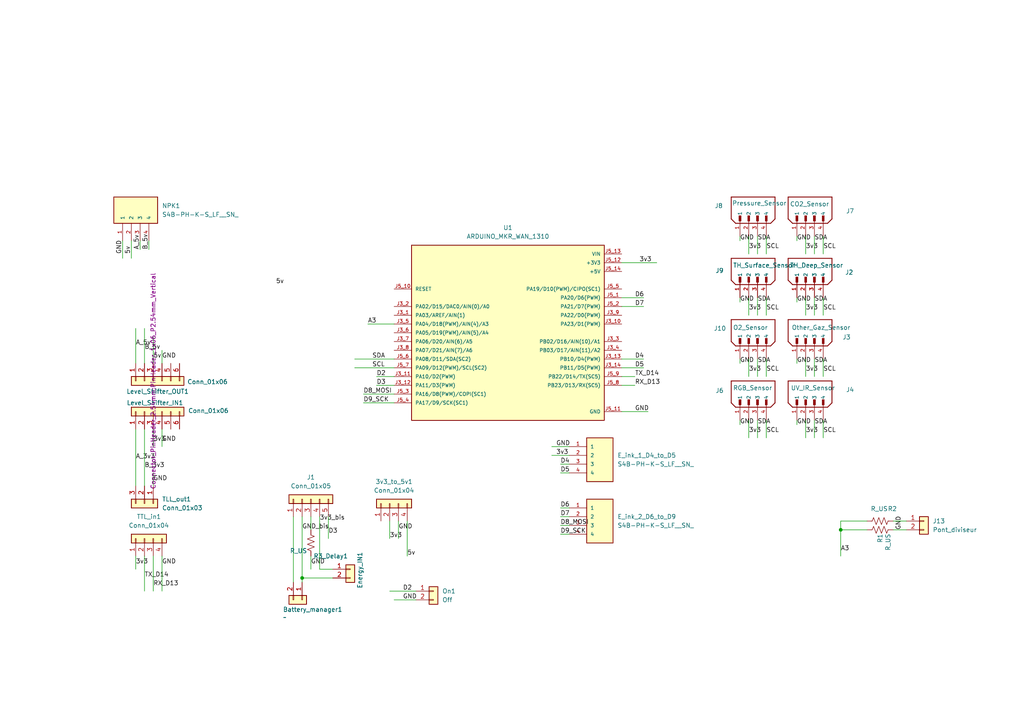
<source format=kicad_sch>
(kicad_sch
	(version 20250114)
	(generator "eeschema")
	(generator_version "9.0")
	(uuid "7ac17335-f861-4e23-9956-b88527cce502")
	(paper "A4")
	(title_block
		(title "Vlad_Gotupan_PCB")
		(date "2025-03-08")
		(rev "v4")
		(company "Yulin_Vlad_Daniel_Xiaochen")
	)
	(lib_symbols
		(symbol "ARDUINO_MKR_WAN_1310:ARDUINO_MKR_WAN_1310"
			(pin_names
				(offset 1.016)
			)
			(exclude_from_sim no)
			(in_bom yes)
			(on_board yes)
			(property "Reference" "U"
				(at -27.94 27.94 0)
				(effects
					(font
						(size 1.27 1.27)
					)
					(justify left top)
				)
			)
			(property "Value" "ARDUINO_MKR_WAN_1310"
				(at -27.94 -27.94 0)
				(effects
					(font
						(size 1.27 1.27)
					)
					(justify left bottom)
				)
			)
			(property "Footprint" "ARDUINO_MKR_WAN_1310:BOARD_ARDUINO_MKR_WAN_1310"
				(at 0 0 0)
				(effects
					(font
						(size 1.27 1.27)
					)
					(justify bottom)
					(hide yes)
				)
			)
			(property "Datasheet" ""
				(at 0 0 0)
				(effects
					(font
						(size 1.27 1.27)
					)
					(hide yes)
				)
			)
			(property "Description" ""
				(at 0 0 0)
				(effects
					(font
						(size 1.27 1.27)
					)
					(hide yes)
				)
			)
			(property "MF" "Arduino"
				(at 0 0 0)
				(effects
					(font
						(size 1.27 1.27)
					)
					(justify bottom)
					(hide yes)
				)
			)
			(property "MAXIMUM_PACKAGE_HEIGHT" "1.90mm"
				(at 0 0 0)
				(effects
					(font
						(size 1.27 1.27)
					)
					(justify bottom)
					(hide yes)
				)
			)
			(property "Package" "None"
				(at 0 0 0)
				(effects
					(font
						(size 1.27 1.27)
					)
					(justify bottom)
					(hide yes)
				)
			)
			(property "Price" "None"
				(at 0 0 0)
				(effects
					(font
						(size 1.27 1.27)
					)
					(justify bottom)
					(hide yes)
				)
			)
			(property "Check_prices" "https://www.snapeda.com/parts/ARDUINO%20MKR%20WAN%201310/Arduino/view-part/?ref=eda"
				(at 0 0 0)
				(effects
					(font
						(size 1.27 1.27)
					)
					(justify bottom)
					(hide yes)
				)
			)
			(property "STANDARD" "Manufacturer Recommendations"
				(at 0 0 0)
				(effects
					(font
						(size 1.27 1.27)
					)
					(justify bottom)
					(hide yes)
				)
			)
			(property "PARTREV" "06/27/2019"
				(at 0 0 0)
				(effects
					(font
						(size 1.27 1.27)
					)
					(justify bottom)
					(hide yes)
				)
			)
			(property "SnapEDA_Link" "https://www.snapeda.com/parts/ARDUINO%20MKR%20WAN%201310/Arduino/view-part/?ref=snap"
				(at 0 0 0)
				(effects
					(font
						(size 1.27 1.27)
					)
					(justify bottom)
					(hide yes)
				)
			)
			(property "MP" "ARDUINO MKR WAN 1310"
				(at 0 0 0)
				(effects
					(font
						(size 1.27 1.27)
					)
					(justify bottom)
					(hide yes)
				)
			)
			(property "Description_1" "Arduino Pro; LoRa; SAM D21; 5VDC; Flash: 256kB; SRAM: 32kB"
				(at 0 0 0)
				(effects
					(font
						(size 1.27 1.27)
					)
					(justify bottom)
					(hide yes)
				)
			)
			(property "SNAPEDA_PN" "ARDUINO MKR WAN 1310"
				(at 0 0 0)
				(effects
					(font
						(size 1.27 1.27)
					)
					(justify bottom)
					(hide yes)
				)
			)
			(property "Availability" "Not in stock"
				(at 0 0 0)
				(effects
					(font
						(size 1.27 1.27)
					)
					(justify bottom)
					(hide yes)
				)
			)
			(property "MANUFACTURER" "Arduino"
				(at 0 0 0)
				(effects
					(font
						(size 1.27 1.27)
					)
					(justify bottom)
					(hide yes)
				)
			)
			(symbol "ARDUINO_MKR_WAN_1310_0_0"
				(rectangle
					(start -27.94 -25.4)
					(end 27.94 25.4)
					(stroke
						(width 0.254)
						(type default)
					)
					(fill
						(type background)
					)
				)
				(pin input line
					(at -33.02 12.7 0)
					(length 5.08)
					(name "RESET"
						(effects
							(font
								(size 1.016 1.016)
							)
						)
					)
					(number "J5_10"
						(effects
							(font
								(size 1.016 1.016)
							)
						)
					)
				)
				(pin bidirectional line
					(at -33.02 7.62 0)
					(length 5.08)
					(name "PA02/D15/DAC0/AIN(0)/A0"
						(effects
							(font
								(size 1.016 1.016)
							)
						)
					)
					(number "J3_2"
						(effects
							(font
								(size 1.016 1.016)
							)
						)
					)
				)
				(pin bidirectional line
					(at -33.02 5.08 0)
					(length 5.08)
					(name "PA03/AREF/AIN(1)"
						(effects
							(font
								(size 1.016 1.016)
							)
						)
					)
					(number "J3_1"
						(effects
							(font
								(size 1.016 1.016)
							)
						)
					)
				)
				(pin bidirectional line
					(at -33.02 2.54 0)
					(length 5.08)
					(name "PA04/D18(PWM)/AIN(4)/A3"
						(effects
							(font
								(size 1.016 1.016)
							)
						)
					)
					(number "J3_5"
						(effects
							(font
								(size 1.016 1.016)
							)
						)
					)
				)
				(pin bidirectional line
					(at -33.02 0 0)
					(length 5.08)
					(name "PA05/D19(PWM)/AIN(5)/A4"
						(effects
							(font
								(size 1.016 1.016)
							)
						)
					)
					(number "J3_6"
						(effects
							(font
								(size 1.016 1.016)
							)
						)
					)
				)
				(pin bidirectional line
					(at -33.02 -2.54 0)
					(length 5.08)
					(name "PA06/D20/AIN(6)/A5"
						(effects
							(font
								(size 1.016 1.016)
							)
						)
					)
					(number "J3_7"
						(effects
							(font
								(size 1.016 1.016)
							)
						)
					)
				)
				(pin bidirectional line
					(at -33.02 -5.08 0)
					(length 5.08)
					(name "PA07/D21/AIN(7)/A6"
						(effects
							(font
								(size 1.016 1.016)
							)
						)
					)
					(number "J3_8"
						(effects
							(font
								(size 1.016 1.016)
							)
						)
					)
				)
				(pin bidirectional line
					(at -33.02 -7.62 0)
					(length 5.08)
					(name "PA08/D11/SDA(SC2)"
						(effects
							(font
								(size 1.016 1.016)
							)
						)
					)
					(number "J5_6"
						(effects
							(font
								(size 1.016 1.016)
							)
						)
					)
				)
				(pin bidirectional line
					(at -33.02 -10.16 0)
					(length 5.08)
					(name "PA09/D12(PWM)/SCL(SC2)"
						(effects
							(font
								(size 1.016 1.016)
							)
						)
					)
					(number "J5_7"
						(effects
							(font
								(size 1.016 1.016)
							)
						)
					)
				)
				(pin bidirectional line
					(at -33.02 -12.7 0)
					(length 5.08)
					(name "PA10/D2(PWM)"
						(effects
							(font
								(size 1.016 1.016)
							)
						)
					)
					(number "J3_11"
						(effects
							(font
								(size 1.016 1.016)
							)
						)
					)
				)
				(pin bidirectional line
					(at -33.02 -15.24 0)
					(length 5.08)
					(name "PA11/D3(PWM)"
						(effects
							(font
								(size 1.016 1.016)
							)
						)
					)
					(number "J3_12"
						(effects
							(font
								(size 1.016 1.016)
							)
						)
					)
				)
				(pin bidirectional line
					(at -33.02 -17.78 0)
					(length 5.08)
					(name "PA16/D8(PWM)/COPI(SC1)"
						(effects
							(font
								(size 1.016 1.016)
							)
						)
					)
					(number "J5_3"
						(effects
							(font
								(size 1.016 1.016)
							)
						)
					)
				)
				(pin bidirectional line
					(at -33.02 -20.32 0)
					(length 5.08)
					(name "PA17/D9/SCK(SC1)"
						(effects
							(font
								(size 1.016 1.016)
							)
						)
					)
					(number "J5_4"
						(effects
							(font
								(size 1.016 1.016)
							)
						)
					)
				)
				(pin power_in line
					(at 33.02 22.86 180)
					(length 5.08)
					(name "VIN"
						(effects
							(font
								(size 1.016 1.016)
							)
						)
					)
					(number "J5_13"
						(effects
							(font
								(size 1.016 1.016)
							)
						)
					)
				)
				(pin power_in line
					(at 33.02 20.32 180)
					(length 5.08)
					(name "+3V3"
						(effects
							(font
								(size 1.016 1.016)
							)
						)
					)
					(number "J5_12"
						(effects
							(font
								(size 1.016 1.016)
							)
						)
					)
				)
				(pin power_in line
					(at 33.02 17.78 180)
					(length 5.08)
					(name "+5V"
						(effects
							(font
								(size 1.016 1.016)
							)
						)
					)
					(number "J5_14"
						(effects
							(font
								(size 1.016 1.016)
							)
						)
					)
				)
				(pin bidirectional line
					(at 33.02 12.7 180)
					(length 5.08)
					(name "PA19/D10(PWM)/CIPO(SC1)"
						(effects
							(font
								(size 1.016 1.016)
							)
						)
					)
					(number "J5_5"
						(effects
							(font
								(size 1.016 1.016)
							)
						)
					)
				)
				(pin bidirectional line
					(at 33.02 10.16 180)
					(length 5.08)
					(name "PA20/D6(PWM)"
						(effects
							(font
								(size 1.016 1.016)
							)
						)
					)
					(number "J5_1"
						(effects
							(font
								(size 1.016 1.016)
							)
						)
					)
				)
				(pin bidirectional line
					(at 33.02 7.62 180)
					(length 5.08)
					(name "PA21/D7(PWM)"
						(effects
							(font
								(size 1.016 1.016)
							)
						)
					)
					(number "J5_2"
						(effects
							(font
								(size 1.016 1.016)
							)
						)
					)
				)
				(pin bidirectional line
					(at 33.02 5.08 180)
					(length 5.08)
					(name "PA22/D0(PWM)"
						(effects
							(font
								(size 1.016 1.016)
							)
						)
					)
					(number "J3_9"
						(effects
							(font
								(size 1.016 1.016)
							)
						)
					)
				)
				(pin bidirectional line
					(at 33.02 2.54 180)
					(length 5.08)
					(name "PA23/D1(PWM)"
						(effects
							(font
								(size 1.016 1.016)
							)
						)
					)
					(number "J3_10"
						(effects
							(font
								(size 1.016 1.016)
							)
						)
					)
				)
				(pin bidirectional line
					(at 33.02 -2.54 180)
					(length 5.08)
					(name "PB02/D16/AIN(10)/A1"
						(effects
							(font
								(size 1.016 1.016)
							)
						)
					)
					(number "J3_3"
						(effects
							(font
								(size 1.016 1.016)
							)
						)
					)
				)
				(pin bidirectional line
					(at 33.02 -5.08 180)
					(length 5.08)
					(name "PB03/D17/AIN(11)/A2"
						(effects
							(font
								(size 1.016 1.016)
							)
						)
					)
					(number "J3_4"
						(effects
							(font
								(size 1.016 1.016)
							)
						)
					)
				)
				(pin bidirectional line
					(at 33.02 -7.62 180)
					(length 5.08)
					(name "PB10/D4(PWM)"
						(effects
							(font
								(size 1.016 1.016)
							)
						)
					)
					(number "J3_13"
						(effects
							(font
								(size 1.016 1.016)
							)
						)
					)
				)
				(pin bidirectional line
					(at 33.02 -10.16 180)
					(length 5.08)
					(name "PB11/D5(PWM)"
						(effects
							(font
								(size 1.016 1.016)
							)
						)
					)
					(number "J3_14"
						(effects
							(font
								(size 1.016 1.016)
							)
						)
					)
				)
				(pin bidirectional line
					(at 33.02 -12.7 180)
					(length 5.08)
					(name "PB22/D14/TX(SC5)"
						(effects
							(font
								(size 1.016 1.016)
							)
						)
					)
					(number "J5_9"
						(effects
							(font
								(size 1.016 1.016)
							)
						)
					)
				)
				(pin bidirectional line
					(at 33.02 -15.24 180)
					(length 5.08)
					(name "PB23/D13/RX(SC5)"
						(effects
							(font
								(size 1.016 1.016)
							)
						)
					)
					(number "J5_8"
						(effects
							(font
								(size 1.016 1.016)
							)
						)
					)
				)
				(pin power_in line
					(at 33.02 -22.86 180)
					(length 5.08)
					(name "GND"
						(effects
							(font
								(size 1.016 1.016)
							)
						)
					)
					(number "J5_11"
						(effects
							(font
								(size 1.016 1.016)
							)
						)
					)
				)
			)
			(embedded_fonts no)
		)
		(symbol "B4B-XH-A_LF__SN_:B4B-XH-A_LF__SN_"
			(pin_names
				(offset 1.016)
			)
			(exclude_from_sim no)
			(in_bom yes)
			(on_board yes)
			(property "Reference" "J"
				(at -2.54 6.35 0)
				(effects
					(font
						(size 1.27 1.27)
					)
					(justify left bottom)
				)
			)
			(property "Value" "B4B-XH-A_LF__SN_"
				(at -2.54 -10.16 0)
				(effects
					(font
						(size 1.27 1.27)
					)
					(justify left bottom)
				)
			)
			(property "Footprint" "B4B-XH-A_LF__SN_:JST_B4B-XH-A_LF__SN_"
				(at 0 0 0)
				(effects
					(font
						(size 1.27 1.27)
					)
					(justify bottom)
					(hide yes)
				)
			)
			(property "Datasheet" ""
				(at 0 0 0)
				(effects
					(font
						(size 1.27 1.27)
					)
					(hide yes)
				)
			)
			(property "Description" ""
				(at 0 0 0)
				(effects
					(font
						(size 1.27 1.27)
					)
					(hide yes)
				)
			)
			(property "MF" "JST Sales America Inc."
				(at 0 0 0)
				(effects
					(font
						(size 1.27 1.27)
					)
					(justify bottom)
					(hide yes)
				)
			)
			(property "MAXIMUM_PACKAGE_HEIGHT" "7.00 mm"
				(at 0 0 0)
				(effects
					(font
						(size 1.27 1.27)
					)
					(justify bottom)
					(hide yes)
				)
			)
			(property "Package" "None"
				(at 0 0 0)
				(effects
					(font
						(size 1.27 1.27)
					)
					(justify bottom)
					(hide yes)
				)
			)
			(property "Price" "None"
				(at 0 0 0)
				(effects
					(font
						(size 1.27 1.27)
					)
					(justify bottom)
					(hide yes)
				)
			)
			(property "Check_prices" "https://www.snapeda.com/parts/B4B-XH-A(LF)(SN)/JST/view-part/?ref=eda"
				(at 0 0 0)
				(effects
					(font
						(size 1.27 1.27)
					)
					(justify bottom)
					(hide yes)
				)
			)
			(property "STANDARD" "Manufacturer Recommendations"
				(at 0 0 0)
				(effects
					(font
						(size 1.27 1.27)
					)
					(justify bottom)
					(hide yes)
				)
			)
			(property "PARTREV" "7/4/21"
				(at 0 0 0)
				(effects
					(font
						(size 1.27 1.27)
					)
					(justify bottom)
					(hide yes)
				)
			)
			(property "SnapEDA_Link" "https://www.snapeda.com/parts/B4B-XH-A(LF)(SN)/JST/view-part/?ref=snap"
				(at 0 0 0)
				(effects
					(font
						(size 1.27 1.27)
					)
					(justify bottom)
					(hide yes)
				)
			)
			(property "MP" "B4B-XH-A(LF)(SN)"
				(at 0 0 0)
				(effects
					(font
						(size 1.27 1.27)
					)
					(justify bottom)
					(hide yes)
				)
			)
			(property "Description_1" "Connector Header Through Hole 4 position 0.098 (2.50mm)"
				(at 0 0 0)
				(effects
					(font
						(size 1.27 1.27)
					)
					(justify bottom)
					(hide yes)
				)
			)
			(property "Availability" "In Stock"
				(at 0 0 0)
				(effects
					(font
						(size 1.27 1.27)
					)
					(justify bottom)
					(hide yes)
				)
			)
			(property "MANUFACTURER" "JST"
				(at 0 0 0)
				(effects
					(font
						(size 1.27 1.27)
					)
					(justify bottom)
					(hide yes)
				)
			)
			(symbol "B4B-XH-A_LF__SN__0_0"
				(polyline
					(pts
						(xy -3.81 3.81) (xy -3.81 -6.35)
					)
					(stroke
						(width 0.254)
						(type default)
					)
					(fill
						(type none)
					)
				)
				(polyline
					(pts
						(xy -3.81 3.81) (xy -2.54 5.08)
					)
					(stroke
						(width 0.254)
						(type default)
					)
					(fill
						(type none)
					)
				)
				(polyline
					(pts
						(xy -3.81 -6.35) (xy -2.54 -7.62)
					)
					(stroke
						(width 0.254)
						(type default)
					)
					(fill
						(type none)
					)
				)
				(rectangle
					(start -3.175 2.2225)
					(end -1.5875 2.8575)
					(stroke
						(width 0.1)
						(type default)
					)
					(fill
						(type outline)
					)
				)
				(rectangle
					(start -3.175 -0.3175)
					(end -1.5875 0.3175)
					(stroke
						(width 0.1)
						(type default)
					)
					(fill
						(type outline)
					)
				)
				(rectangle
					(start -3.175 -2.8575)
					(end -1.5875 -2.2225)
					(stroke
						(width 0.1)
						(type default)
					)
					(fill
						(type outline)
					)
				)
				(rectangle
					(start -3.175 -5.3975)
					(end -1.5875 -4.7625)
					(stroke
						(width 0.1)
						(type default)
					)
					(fill
						(type outline)
					)
				)
				(polyline
					(pts
						(xy -2.54 -7.62) (xy 3.81 -7.62)
					)
					(stroke
						(width 0.254)
						(type default)
					)
					(fill
						(type none)
					)
				)
				(polyline
					(pts
						(xy 3.81 5.08) (xy -2.54 5.08)
					)
					(stroke
						(width 0.254)
						(type default)
					)
					(fill
						(type none)
					)
				)
				(polyline
					(pts
						(xy 3.81 -7.62) (xy 3.81 5.08)
					)
					(stroke
						(width 0.254)
						(type default)
					)
					(fill
						(type none)
					)
				)
				(pin passive line
					(at -7.62 2.54 0)
					(length 5.08)
					(name "1"
						(effects
							(font
								(size 1.016 1.016)
							)
						)
					)
					(number "1"
						(effects
							(font
								(size 1.016 1.016)
							)
						)
					)
				)
				(pin passive line
					(at -7.62 0 0)
					(length 5.08)
					(name "2"
						(effects
							(font
								(size 1.016 1.016)
							)
						)
					)
					(number "2"
						(effects
							(font
								(size 1.016 1.016)
							)
						)
					)
				)
				(pin passive line
					(at -7.62 -2.54 0)
					(length 5.08)
					(name "3"
						(effects
							(font
								(size 1.016 1.016)
							)
						)
					)
					(number "3"
						(effects
							(font
								(size 1.016 1.016)
							)
						)
					)
				)
				(pin passive line
					(at -7.62 -5.08 0)
					(length 5.08)
					(name "4"
						(effects
							(font
								(size 1.016 1.016)
							)
						)
					)
					(number "4"
						(effects
							(font
								(size 1.016 1.016)
							)
						)
					)
				)
			)
			(embedded_fonts no)
		)
		(symbol "Connector_Generic:Conn_01x02"
			(pin_names
				(offset 1.016)
				(hide yes)
			)
			(exclude_from_sim no)
			(in_bom yes)
			(on_board yes)
			(property "Reference" "J"
				(at 0 2.54 0)
				(effects
					(font
						(size 1.27 1.27)
					)
				)
			)
			(property "Value" "Conn_01x02"
				(at 0 -5.08 0)
				(effects
					(font
						(size 1.27 1.27)
					)
				)
			)
			(property "Footprint" ""
				(at 0 0 0)
				(effects
					(font
						(size 1.27 1.27)
					)
					(hide yes)
				)
			)
			(property "Datasheet" "~"
				(at 0 0 0)
				(effects
					(font
						(size 1.27 1.27)
					)
					(hide yes)
				)
			)
			(property "Description" "Generic connector, single row, 01x02, script generated (kicad-library-utils/schlib/autogen/connector/)"
				(at 0 0 0)
				(effects
					(font
						(size 1.27 1.27)
					)
					(hide yes)
				)
			)
			(property "ki_keywords" "connector"
				(at 0 0 0)
				(effects
					(font
						(size 1.27 1.27)
					)
					(hide yes)
				)
			)
			(property "ki_fp_filters" "Connector*:*_1x??_*"
				(at 0 0 0)
				(effects
					(font
						(size 1.27 1.27)
					)
					(hide yes)
				)
			)
			(symbol "Conn_01x02_1_1"
				(rectangle
					(start -1.27 1.27)
					(end 1.27 -3.81)
					(stroke
						(width 0.254)
						(type default)
					)
					(fill
						(type background)
					)
				)
				(rectangle
					(start -1.27 0.127)
					(end 0 -0.127)
					(stroke
						(width 0.1524)
						(type default)
					)
					(fill
						(type none)
					)
				)
				(rectangle
					(start -1.27 -2.413)
					(end 0 -2.667)
					(stroke
						(width 0.1524)
						(type default)
					)
					(fill
						(type none)
					)
				)
				(pin passive line
					(at -5.08 0 0)
					(length 3.81)
					(name "Pin_1"
						(effects
							(font
								(size 1.27 1.27)
							)
						)
					)
					(number "1"
						(effects
							(font
								(size 1.27 1.27)
							)
						)
					)
				)
				(pin passive line
					(at -5.08 -2.54 0)
					(length 3.81)
					(name "Pin_2"
						(effects
							(font
								(size 1.27 1.27)
							)
						)
					)
					(number "2"
						(effects
							(font
								(size 1.27 1.27)
							)
						)
					)
				)
			)
			(embedded_fonts no)
		)
		(symbol "Connector_Generic:Conn_01x03"
			(pin_names
				(offset 1.016)
				(hide yes)
			)
			(exclude_from_sim no)
			(in_bom yes)
			(on_board yes)
			(property "Reference" "J"
				(at 0 5.08 0)
				(effects
					(font
						(size 1.27 1.27)
					)
				)
			)
			(property "Value" "Conn_01x03"
				(at 0 -5.08 0)
				(effects
					(font
						(size 1.27 1.27)
					)
				)
			)
			(property "Footprint" ""
				(at 0 0 0)
				(effects
					(font
						(size 1.27 1.27)
					)
					(hide yes)
				)
			)
			(property "Datasheet" "~"
				(at 0 0 0)
				(effects
					(font
						(size 1.27 1.27)
					)
					(hide yes)
				)
			)
			(property "Description" "Generic connector, single row, 01x03, script generated (kicad-library-utils/schlib/autogen/connector/)"
				(at 0 0 0)
				(effects
					(font
						(size 1.27 1.27)
					)
					(hide yes)
				)
			)
			(property "ki_keywords" "connector"
				(at 0 0 0)
				(effects
					(font
						(size 1.27 1.27)
					)
					(hide yes)
				)
			)
			(property "ki_fp_filters" "Connector*:*_1x??_*"
				(at 0 0 0)
				(effects
					(font
						(size 1.27 1.27)
					)
					(hide yes)
				)
			)
			(symbol "Conn_01x03_1_1"
				(rectangle
					(start -1.27 3.81)
					(end 1.27 -3.81)
					(stroke
						(width 0.254)
						(type default)
					)
					(fill
						(type background)
					)
				)
				(rectangle
					(start -1.27 2.667)
					(end 0 2.413)
					(stroke
						(width 0.1524)
						(type default)
					)
					(fill
						(type none)
					)
				)
				(rectangle
					(start -1.27 0.127)
					(end 0 -0.127)
					(stroke
						(width 0.1524)
						(type default)
					)
					(fill
						(type none)
					)
				)
				(rectangle
					(start -1.27 -2.413)
					(end 0 -2.667)
					(stroke
						(width 0.1524)
						(type default)
					)
					(fill
						(type none)
					)
				)
				(pin passive line
					(at -5.08 2.54 0)
					(length 3.81)
					(name "Pin_1"
						(effects
							(font
								(size 1.27 1.27)
							)
						)
					)
					(number "1"
						(effects
							(font
								(size 1.27 1.27)
							)
						)
					)
				)
				(pin passive line
					(at -5.08 0 0)
					(length 3.81)
					(name "Pin_2"
						(effects
							(font
								(size 1.27 1.27)
							)
						)
					)
					(number "2"
						(effects
							(font
								(size 1.27 1.27)
							)
						)
					)
				)
				(pin passive line
					(at -5.08 -2.54 0)
					(length 3.81)
					(name "Pin_3"
						(effects
							(font
								(size 1.27 1.27)
							)
						)
					)
					(number "3"
						(effects
							(font
								(size 1.27 1.27)
							)
						)
					)
				)
			)
			(embedded_fonts no)
		)
		(symbol "Connector_Generic:Conn_01x04"
			(pin_names
				(offset 1.016)
				(hide yes)
			)
			(exclude_from_sim no)
			(in_bom yes)
			(on_board yes)
			(property "Reference" "J"
				(at 0 5.08 0)
				(effects
					(font
						(size 1.27 1.27)
					)
				)
			)
			(property "Value" "Conn_01x04"
				(at 0 -7.62 0)
				(effects
					(font
						(size 1.27 1.27)
					)
				)
			)
			(property "Footprint" ""
				(at 0 0 0)
				(effects
					(font
						(size 1.27 1.27)
					)
					(hide yes)
				)
			)
			(property "Datasheet" "~"
				(at 0 0 0)
				(effects
					(font
						(size 1.27 1.27)
					)
					(hide yes)
				)
			)
			(property "Description" "Generic connector, single row, 01x04, script generated (kicad-library-utils/schlib/autogen/connector/)"
				(at 0 0 0)
				(effects
					(font
						(size 1.27 1.27)
					)
					(hide yes)
				)
			)
			(property "ki_keywords" "connector"
				(at 0 0 0)
				(effects
					(font
						(size 1.27 1.27)
					)
					(hide yes)
				)
			)
			(property "ki_fp_filters" "Connector*:*_1x??_*"
				(at 0 0 0)
				(effects
					(font
						(size 1.27 1.27)
					)
					(hide yes)
				)
			)
			(symbol "Conn_01x04_1_1"
				(rectangle
					(start -1.27 3.81)
					(end 1.27 -6.35)
					(stroke
						(width 0.254)
						(type default)
					)
					(fill
						(type background)
					)
				)
				(rectangle
					(start -1.27 2.667)
					(end 0 2.413)
					(stroke
						(width 0.1524)
						(type default)
					)
					(fill
						(type none)
					)
				)
				(rectangle
					(start -1.27 0.127)
					(end 0 -0.127)
					(stroke
						(width 0.1524)
						(type default)
					)
					(fill
						(type none)
					)
				)
				(rectangle
					(start -1.27 -2.413)
					(end 0 -2.667)
					(stroke
						(width 0.1524)
						(type default)
					)
					(fill
						(type none)
					)
				)
				(rectangle
					(start -1.27 -4.953)
					(end 0 -5.207)
					(stroke
						(width 0.1524)
						(type default)
					)
					(fill
						(type none)
					)
				)
				(pin passive line
					(at -5.08 2.54 0)
					(length 3.81)
					(name "Pin_1"
						(effects
							(font
								(size 1.27 1.27)
							)
						)
					)
					(number "1"
						(effects
							(font
								(size 1.27 1.27)
							)
						)
					)
				)
				(pin passive line
					(at -5.08 0 0)
					(length 3.81)
					(name "Pin_2"
						(effects
							(font
								(size 1.27 1.27)
							)
						)
					)
					(number "2"
						(effects
							(font
								(size 1.27 1.27)
							)
						)
					)
				)
				(pin passive line
					(at -5.08 -2.54 0)
					(length 3.81)
					(name "Pin_3"
						(effects
							(font
								(size 1.27 1.27)
							)
						)
					)
					(number "3"
						(effects
							(font
								(size 1.27 1.27)
							)
						)
					)
				)
				(pin passive line
					(at -5.08 -5.08 0)
					(length 3.81)
					(name "Pin_4"
						(effects
							(font
								(size 1.27 1.27)
							)
						)
					)
					(number "4"
						(effects
							(font
								(size 1.27 1.27)
							)
						)
					)
				)
			)
			(embedded_fonts no)
		)
		(symbol "Connector_Generic:Conn_01x05"
			(pin_names
				(offset 1.016)
				(hide yes)
			)
			(exclude_from_sim no)
			(in_bom yes)
			(on_board yes)
			(property "Reference" "J"
				(at 0 7.62 0)
				(effects
					(font
						(size 1.27 1.27)
					)
				)
			)
			(property "Value" "Conn_01x05"
				(at 0 -7.62 0)
				(effects
					(font
						(size 1.27 1.27)
					)
				)
			)
			(property "Footprint" ""
				(at 0 0 0)
				(effects
					(font
						(size 1.27 1.27)
					)
					(hide yes)
				)
			)
			(property "Datasheet" "~"
				(at 0 0 0)
				(effects
					(font
						(size 1.27 1.27)
					)
					(hide yes)
				)
			)
			(property "Description" "Generic connector, single row, 01x05, script generated (kicad-library-utils/schlib/autogen/connector/)"
				(at 0 0 0)
				(effects
					(font
						(size 1.27 1.27)
					)
					(hide yes)
				)
			)
			(property "ki_keywords" "connector"
				(at 0 0 0)
				(effects
					(font
						(size 1.27 1.27)
					)
					(hide yes)
				)
			)
			(property "ki_fp_filters" "Connector*:*_1x??_*"
				(at 0 0 0)
				(effects
					(font
						(size 1.27 1.27)
					)
					(hide yes)
				)
			)
			(symbol "Conn_01x05_1_1"
				(rectangle
					(start -1.27 6.35)
					(end 1.27 -6.35)
					(stroke
						(width 0.254)
						(type default)
					)
					(fill
						(type background)
					)
				)
				(rectangle
					(start -1.27 5.207)
					(end 0 4.953)
					(stroke
						(width 0.1524)
						(type default)
					)
					(fill
						(type none)
					)
				)
				(rectangle
					(start -1.27 2.667)
					(end 0 2.413)
					(stroke
						(width 0.1524)
						(type default)
					)
					(fill
						(type none)
					)
				)
				(rectangle
					(start -1.27 0.127)
					(end 0 -0.127)
					(stroke
						(width 0.1524)
						(type default)
					)
					(fill
						(type none)
					)
				)
				(rectangle
					(start -1.27 -2.413)
					(end 0 -2.667)
					(stroke
						(width 0.1524)
						(type default)
					)
					(fill
						(type none)
					)
				)
				(rectangle
					(start -1.27 -4.953)
					(end 0 -5.207)
					(stroke
						(width 0.1524)
						(type default)
					)
					(fill
						(type none)
					)
				)
				(pin passive line
					(at -5.08 5.08 0)
					(length 3.81)
					(name "Pin_1"
						(effects
							(font
								(size 1.27 1.27)
							)
						)
					)
					(number "1"
						(effects
							(font
								(size 1.27 1.27)
							)
						)
					)
				)
				(pin passive line
					(at -5.08 2.54 0)
					(length 3.81)
					(name "Pin_2"
						(effects
							(font
								(size 1.27 1.27)
							)
						)
					)
					(number "2"
						(effects
							(font
								(size 1.27 1.27)
							)
						)
					)
				)
				(pin passive line
					(at -5.08 0 0)
					(length 3.81)
					(name "Pin_3"
						(effects
							(font
								(size 1.27 1.27)
							)
						)
					)
					(number "3"
						(effects
							(font
								(size 1.27 1.27)
							)
						)
					)
				)
				(pin passive line
					(at -5.08 -2.54 0)
					(length 3.81)
					(name "Pin_4"
						(effects
							(font
								(size 1.27 1.27)
							)
						)
					)
					(number "4"
						(effects
							(font
								(size 1.27 1.27)
							)
						)
					)
				)
				(pin passive line
					(at -5.08 -5.08 0)
					(length 3.81)
					(name "Pin_5"
						(effects
							(font
								(size 1.27 1.27)
							)
						)
					)
					(number "5"
						(effects
							(font
								(size 1.27 1.27)
							)
						)
					)
				)
			)
			(embedded_fonts no)
		)
		(symbol "Connector_Generic:Conn_01x06"
			(pin_names
				(offset 1.016)
				(hide yes)
			)
			(exclude_from_sim no)
			(in_bom yes)
			(on_board yes)
			(property "Reference" "J"
				(at 0 7.62 0)
				(effects
					(font
						(size 1.27 1.27)
					)
				)
			)
			(property "Value" "Conn_01x06"
				(at 0 -10.16 0)
				(effects
					(font
						(size 1.27 1.27)
					)
				)
			)
			(property "Footprint" ""
				(at 0 0 0)
				(effects
					(font
						(size 1.27 1.27)
					)
					(hide yes)
				)
			)
			(property "Datasheet" "~"
				(at 0 0 0)
				(effects
					(font
						(size 1.27 1.27)
					)
					(hide yes)
				)
			)
			(property "Description" "Generic connector, single row, 01x06, script generated (kicad-library-utils/schlib/autogen/connector/)"
				(at 0 0 0)
				(effects
					(font
						(size 1.27 1.27)
					)
					(hide yes)
				)
			)
			(property "ki_keywords" "connector"
				(at 0 0 0)
				(effects
					(font
						(size 1.27 1.27)
					)
					(hide yes)
				)
			)
			(property "ki_fp_filters" "Connector*:*_1x??_*"
				(at 0 0 0)
				(effects
					(font
						(size 1.27 1.27)
					)
					(hide yes)
				)
			)
			(symbol "Conn_01x06_1_1"
				(rectangle
					(start -1.27 6.35)
					(end 1.27 -8.89)
					(stroke
						(width 0.254)
						(type default)
					)
					(fill
						(type background)
					)
				)
				(rectangle
					(start -1.27 5.207)
					(end 0 4.953)
					(stroke
						(width 0.1524)
						(type default)
					)
					(fill
						(type none)
					)
				)
				(rectangle
					(start -1.27 2.667)
					(end 0 2.413)
					(stroke
						(width 0.1524)
						(type default)
					)
					(fill
						(type none)
					)
				)
				(rectangle
					(start -1.27 0.127)
					(end 0 -0.127)
					(stroke
						(width 0.1524)
						(type default)
					)
					(fill
						(type none)
					)
				)
				(rectangle
					(start -1.27 -2.413)
					(end 0 -2.667)
					(stroke
						(width 0.1524)
						(type default)
					)
					(fill
						(type none)
					)
				)
				(rectangle
					(start -1.27 -4.953)
					(end 0 -5.207)
					(stroke
						(width 0.1524)
						(type default)
					)
					(fill
						(type none)
					)
				)
				(rectangle
					(start -1.27 -7.493)
					(end 0 -7.747)
					(stroke
						(width 0.1524)
						(type default)
					)
					(fill
						(type none)
					)
				)
				(pin passive line
					(at -5.08 5.08 0)
					(length 3.81)
					(name "Pin_1"
						(effects
							(font
								(size 1.27 1.27)
							)
						)
					)
					(number "1"
						(effects
							(font
								(size 1.27 1.27)
							)
						)
					)
				)
				(pin passive line
					(at -5.08 2.54 0)
					(length 3.81)
					(name "Pin_2"
						(effects
							(font
								(size 1.27 1.27)
							)
						)
					)
					(number "2"
						(effects
							(font
								(size 1.27 1.27)
							)
						)
					)
				)
				(pin passive line
					(at -5.08 0 0)
					(length 3.81)
					(name "Pin_3"
						(effects
							(font
								(size 1.27 1.27)
							)
						)
					)
					(number "3"
						(effects
							(font
								(size 1.27 1.27)
							)
						)
					)
				)
				(pin passive line
					(at -5.08 -2.54 0)
					(length 3.81)
					(name "Pin_4"
						(effects
							(font
								(size 1.27 1.27)
							)
						)
					)
					(number "4"
						(effects
							(font
								(size 1.27 1.27)
							)
						)
					)
				)
				(pin passive line
					(at -5.08 -5.08 0)
					(length 3.81)
					(name "Pin_5"
						(effects
							(font
								(size 1.27 1.27)
							)
						)
					)
					(number "5"
						(effects
							(font
								(size 1.27 1.27)
							)
						)
					)
				)
				(pin passive line
					(at -5.08 -7.62 0)
					(length 3.81)
					(name "Pin_6"
						(effects
							(font
								(size 1.27 1.27)
							)
						)
					)
					(number "6"
						(effects
							(font
								(size 1.27 1.27)
							)
						)
					)
				)
			)
			(embedded_fonts no)
		)
		(symbol "Device:R_US"
			(pin_numbers
				(hide yes)
			)
			(pin_names
				(offset 0)
			)
			(exclude_from_sim no)
			(in_bom yes)
			(on_board yes)
			(property "Reference" "R"
				(at 2.54 0 90)
				(effects
					(font
						(size 1.27 1.27)
					)
				)
			)
			(property "Value" "R_US"
				(at -2.54 0 90)
				(effects
					(font
						(size 1.27 1.27)
					)
				)
			)
			(property "Footprint" ""
				(at 1.016 -0.254 90)
				(effects
					(font
						(size 1.27 1.27)
					)
					(hide yes)
				)
			)
			(property "Datasheet" "~"
				(at 0 0 0)
				(effects
					(font
						(size 1.27 1.27)
					)
					(hide yes)
				)
			)
			(property "Description" "Resistor, US symbol"
				(at 0 0 0)
				(effects
					(font
						(size 1.27 1.27)
					)
					(hide yes)
				)
			)
			(property "ki_keywords" "R res resistor"
				(at 0 0 0)
				(effects
					(font
						(size 1.27 1.27)
					)
					(hide yes)
				)
			)
			(property "ki_fp_filters" "R_*"
				(at 0 0 0)
				(effects
					(font
						(size 1.27 1.27)
					)
					(hide yes)
				)
			)
			(symbol "R_US_0_1"
				(polyline
					(pts
						(xy 0 2.286) (xy 0 2.54)
					)
					(stroke
						(width 0)
						(type default)
					)
					(fill
						(type none)
					)
				)
				(polyline
					(pts
						(xy 0 2.286) (xy 1.016 1.905) (xy 0 1.524) (xy -1.016 1.143) (xy 0 0.762)
					)
					(stroke
						(width 0)
						(type default)
					)
					(fill
						(type none)
					)
				)
				(polyline
					(pts
						(xy 0 0.762) (xy 1.016 0.381) (xy 0 0) (xy -1.016 -0.381) (xy 0 -0.762)
					)
					(stroke
						(width 0)
						(type default)
					)
					(fill
						(type none)
					)
				)
				(polyline
					(pts
						(xy 0 -0.762) (xy 1.016 -1.143) (xy 0 -1.524) (xy -1.016 -1.905) (xy 0 -2.286)
					)
					(stroke
						(width 0)
						(type default)
					)
					(fill
						(type none)
					)
				)
				(polyline
					(pts
						(xy 0 -2.286) (xy 0 -2.54)
					)
					(stroke
						(width 0)
						(type default)
					)
					(fill
						(type none)
					)
				)
			)
			(symbol "R_US_1_1"
				(pin passive line
					(at 0 3.81 270)
					(length 1.27)
					(name "~"
						(effects
							(font
								(size 1.27 1.27)
							)
						)
					)
					(number "1"
						(effects
							(font
								(size 1.27 1.27)
							)
						)
					)
				)
				(pin passive line
					(at 0 -3.81 90)
					(length 1.27)
					(name "~"
						(effects
							(font
								(size 1.27 1.27)
							)
						)
					)
					(number "2"
						(effects
							(font
								(size 1.27 1.27)
							)
						)
					)
				)
			)
			(embedded_fonts no)
		)
		(symbol "S4B-PH-K-S_LF__SN_:S4B-PH-K-S_LF__SN_"
			(pin_names
				(offset 1.016)
			)
			(exclude_from_sim no)
			(in_bom yes)
			(on_board yes)
			(property "Reference" "J"
				(at -2.795 5.8442 0)
				(effects
					(font
						(size 1.27 1.27)
					)
					(justify left bottom)
				)
			)
			(property "Value" "S4B-PH-K-S_LF__SN_"
				(at -2.5443 -10.1773 0)
				(effects
					(font
						(size 1.27 1.27)
					)
					(justify left bottom)
				)
			)
			(property "Footprint" "S4B-PH-K-S_LF__SN_:JST_S4B-PH-K-S_LF__SN_"
				(at 0 0 0)
				(effects
					(font
						(size 1.27 1.27)
					)
					(justify bottom)
					(hide yes)
				)
			)
			(property "Datasheet" ""
				(at 0 0 0)
				(effects
					(font
						(size 1.27 1.27)
					)
					(hide yes)
				)
			)
			(property "Description" ""
				(at 0 0 0)
				(effects
					(font
						(size 1.27 1.27)
					)
					(hide yes)
				)
			)
			(property "MF" "JST Sales"
				(at 0 0 0)
				(effects
					(font
						(size 1.27 1.27)
					)
					(justify bottom)
					(hide yes)
				)
			)
			(property "Description_1" "Connector Header Through Hole, Right Angle 4 position 0.079 (2.00mm)"
				(at 0 0 0)
				(effects
					(font
						(size 1.27 1.27)
					)
					(justify bottom)
					(hide yes)
				)
			)
			(property "Package" "NON STANDARD-4 J.S.T."
				(at 0 0 0)
				(effects
					(font
						(size 1.27 1.27)
					)
					(justify bottom)
					(hide yes)
				)
			)
			(property "Price" "None"
				(at 0 0 0)
				(effects
					(font
						(size 1.27 1.27)
					)
					(justify bottom)
					(hide yes)
				)
			)
			(property "Check_prices" "https://www.snapeda.com/parts/S4B-PH-K-S(LF)(SN)/JST/view-part/?ref=eda"
				(at 0 0 0)
				(effects
					(font
						(size 1.27 1.27)
					)
					(justify bottom)
					(hide yes)
				)
			)
			(property "STANDARD" "Manufacturer Recommendation"
				(at 0 0 0)
				(effects
					(font
						(size 1.27 1.27)
					)
					(justify bottom)
					(hide yes)
				)
			)
			(property "SnapEDA_Link" "https://www.snapeda.com/parts/S4B-PH-K-S(LF)(SN)/JST/view-part/?ref=snap"
				(at 0 0 0)
				(effects
					(font
						(size 1.27 1.27)
					)
					(justify bottom)
					(hide yes)
				)
			)
			(property "MP" "S4B-PH-K-S(LF)(SN)"
				(at 0 0 0)
				(effects
					(font
						(size 1.27 1.27)
					)
					(justify bottom)
					(hide yes)
				)
			)
			(property "Availability" "In Stock"
				(at 0 0 0)
				(effects
					(font
						(size 1.27 1.27)
					)
					(justify bottom)
					(hide yes)
				)
			)
			(property "MANUFACTURER" "JST"
				(at 0 0 0)
				(effects
					(font
						(size 1.27 1.27)
					)
					(justify bottom)
					(hide yes)
				)
			)
			(symbol "S4B-PH-K-S_LF__SN__0_0"
				(rectangle
					(start -2.54 -7.62)
					(end 5.08 5.08)
					(stroke
						(width 0.254)
						(type default)
					)
					(fill
						(type background)
					)
				)
				(pin passive line
					(at -7.62 2.54 0)
					(length 5.08)
					(name "1"
						(effects
							(font
								(size 1.016 1.016)
							)
						)
					)
					(number "1"
						(effects
							(font
								(size 1.016 1.016)
							)
						)
					)
				)
				(pin passive line
					(at -7.62 0 0)
					(length 5.08)
					(name "2"
						(effects
							(font
								(size 1.016 1.016)
							)
						)
					)
					(number "2"
						(effects
							(font
								(size 1.016 1.016)
							)
						)
					)
				)
				(pin passive line
					(at -7.62 -2.54 0)
					(length 5.08)
					(name "3"
						(effects
							(font
								(size 1.016 1.016)
							)
						)
					)
					(number "3"
						(effects
							(font
								(size 1.016 1.016)
							)
						)
					)
				)
				(pin passive line
					(at -7.62 -5.08 0)
					(length 5.08)
					(name "4"
						(effects
							(font
								(size 1.016 1.016)
							)
						)
					)
					(number "4"
						(effects
							(font
								(size 1.016 1.016)
							)
						)
					)
				)
			)
			(embedded_fonts no)
		)
	)
	(junction
		(at 243.84 153.67)
		(diameter 0)
		(color 0 0 0 0)
		(uuid "0b09e12b-3968-452c-8545-cd069f839962")
	)
	(junction
		(at 87.63 167.64)
		(diameter 0)
		(color 0 0 0 0)
		(uuid "4590389c-fc0c-4863-a2be-04abb136bb6f")
	)
	(wire
		(pts
			(xy 259.08 153.67) (xy 262.89 153.67)
		)
		(stroke
			(width 0)
			(type default)
		)
		(uuid "0020fbea-5849-4799-b819-2b7ab8d66763")
	)
	(wire
		(pts
			(xy 180.34 104.14) (xy 186.69 104.14)
		)
		(stroke
			(width 0)
			(type default)
		)
		(uuid "01213ed6-ad64-47ca-964e-ccabcca31391")
	)
	(wire
		(pts
			(xy 95.25 149.86) (xy 95.25 156.21)
		)
		(stroke
			(width 0)
			(type default)
		)
		(uuid "0263df7d-7e25-49d1-a2d5-a779b51f17a9")
	)
	(wire
		(pts
			(xy 243.84 151.13) (xy 243.84 153.67)
		)
		(stroke
			(width 0)
			(type default)
		)
		(uuid "02930312-9d0a-44bb-8c17-f9203a2746dc")
	)
	(wire
		(pts
			(xy 44.45 124.46) (xy 44.45 129.54)
		)
		(stroke
			(width 0)
			(type default)
		)
		(uuid "0613753a-2d05-4d4e-8bb2-48c97b1e2e7b")
	)
	(wire
		(pts
			(xy 43.18 72.39) (xy 43.18 69.85)
		)
		(stroke
			(width 0)
			(type default)
		)
		(uuid "142d8e18-0211-45f9-8623-47b877badb5e")
	)
	(wire
		(pts
			(xy 118.11 151.13) (xy 118.11 161.29)
		)
		(stroke
			(width 0)
			(type default)
		)
		(uuid "148d674b-4d60-497f-955d-e894edc5c912")
	)
	(wire
		(pts
			(xy 236.22 104.14) (xy 236.22 109.22)
		)
		(stroke
			(width 0)
			(type default)
		)
		(uuid "1781264a-c4d3-47f3-93df-ba2309b15da9")
	)
	(wire
		(pts
			(xy 238.76 68.58) (xy 238.76 73.66)
		)
		(stroke
			(width 0)
			(type default)
		)
		(uuid "1863d848-1a24-4dd9-9c0d-0c79944da92b")
	)
	(wire
		(pts
			(xy 39.37 95.25) (xy 39.37 105.41)
		)
		(stroke
			(width 0)
			(type default)
		)
		(uuid "193e7922-54e7-42d3-8b62-208be106b742")
	)
	(wire
		(pts
			(xy 162.56 152.4) (xy 165.1 152.4)
		)
		(stroke
			(width 0)
			(type default)
		)
		(uuid "1aabbcca-2f43-4878-a72d-0c6b21c5bf9f")
	)
	(wire
		(pts
			(xy 160.02 129.54) (xy 165.1 129.54)
		)
		(stroke
			(width 0)
			(type default)
		)
		(uuid "22f5ed03-1197-4747-9964-644be255de4f")
	)
	(wire
		(pts
			(xy 115.57 151.13) (xy 115.57 156.21)
		)
		(stroke
			(width 0)
			(type default)
		)
		(uuid "276e3c27-2c7c-4e09-85de-5b9c3abc1aae")
	)
	(wire
		(pts
			(xy 106.68 93.98) (xy 114.3 93.98)
		)
		(stroke
			(width 0)
			(type default)
		)
		(uuid "2a612e3a-3dc3-4e37-bea0-940e8ed33e84")
	)
	(wire
		(pts
			(xy 113.03 171.45) (xy 120.65 171.45)
		)
		(stroke
			(width 0)
			(type default)
		)
		(uuid "2d4ca2f4-3e64-4e3c-8098-181fefda51fd")
	)
	(wire
		(pts
			(xy 44.45 161.29) (xy 44.45 171.45)
		)
		(stroke
			(width 0)
			(type default)
		)
		(uuid "2d5a9c31-6b59-46e7-9f71-7a6fab809d64")
	)
	(wire
		(pts
			(xy 243.84 153.67) (xy 243.84 161.29)
		)
		(stroke
			(width 0)
			(type default)
		)
		(uuid "31263f4c-c574-4eca-8280-2bf96c28f9fa")
	)
	(wire
		(pts
			(xy 38.1 74.93) (xy 38.1 69.85)
		)
		(stroke
			(width 0)
			(type default)
		)
		(uuid "377a9898-bd3c-4919-b8c7-c86ce9778a4f")
	)
	(wire
		(pts
			(xy 180.34 119.38) (xy 187.96 119.38)
		)
		(stroke
			(width 0)
			(type default)
		)
		(uuid "3a744475-e3fe-49d0-a059-4de47782de39")
	)
	(wire
		(pts
			(xy 44.45 97.79) (xy 44.45 105.41)
		)
		(stroke
			(width 0)
			(type default)
		)
		(uuid "3c4ca498-bf3e-438a-9af2-733c173d7e47")
	)
	(wire
		(pts
			(xy 102.87 106.68) (xy 114.3 106.68)
		)
		(stroke
			(width 0)
			(type default)
		)
		(uuid "3d99d86f-6be6-4ef1-9b88-a89b98b400b6")
	)
	(wire
		(pts
			(xy 238.76 121.92) (xy 238.76 127)
		)
		(stroke
			(width 0)
			(type default)
		)
		(uuid "3f11eaf9-e230-41e7-a9cf-479848beddf3")
	)
	(wire
		(pts
			(xy 109.22 111.76) (xy 114.3 111.76)
		)
		(stroke
			(width 0)
			(type default)
		)
		(uuid "42c3b722-b956-4701-9434-2400f9be1d1c")
	)
	(wire
		(pts
			(xy 259.08 151.13) (xy 262.89 151.13)
		)
		(stroke
			(width 0)
			(type default)
		)
		(uuid "46e27f65-1734-41a8-9d9d-3228a7ed7347")
	)
	(wire
		(pts
			(xy 238.76 104.14) (xy 238.76 109.22)
		)
		(stroke
			(width 0)
			(type default)
		)
		(uuid "479635be-d853-4628-a2cf-dc46fdee8222")
	)
	(wire
		(pts
			(xy 87.63 167.64) (xy 87.63 168.91)
		)
		(stroke
			(width 0)
			(type default)
		)
		(uuid "47a4d230-4574-4cf5-b5b6-38e4c6ff9f3d")
	)
	(wire
		(pts
			(xy 233.68 104.14) (xy 233.68 109.22)
		)
		(stroke
			(width 0)
			(type default)
		)
		(uuid "49082bf8-3f8e-41e7-ab7d-f9b851dcba52")
	)
	(wire
		(pts
			(xy 233.68 86.36) (xy 233.68 91.44)
		)
		(stroke
			(width 0)
			(type default)
		)
		(uuid "4bb1cf1c-1e28-4f44-9f9c-5bdbc2790bc1")
	)
	(wire
		(pts
			(xy 214.63 121.92) (xy 214.63 123.19)
		)
		(stroke
			(width 0)
			(type default)
		)
		(uuid "4bd41634-e262-468d-9f07-9f35127266a3")
	)
	(wire
		(pts
			(xy 46.99 161.29) (xy 46.99 171.45)
		)
		(stroke
			(width 0)
			(type default)
		)
		(uuid "501cb82c-2872-4cd2-98b1-97522f46ae63")
	)
	(wire
		(pts
			(xy 46.99 101.6) (xy 46.99 105.41)
		)
		(stroke
			(width 0)
			(type default)
		)
		(uuid "50ac0a81-26f5-4e76-afd3-1f7dd1f77707")
	)
	(wire
		(pts
			(xy 219.71 68.58) (xy 219.71 73.66)
		)
		(stroke
			(width 0)
			(type default)
		)
		(uuid "549266cc-78e6-4fcb-a031-f43a7f0cdc68")
	)
	(wire
		(pts
			(xy 102.87 104.14) (xy 114.3 104.14)
		)
		(stroke
			(width 0)
			(type default)
		)
		(uuid "5a49039a-3a8d-4848-97e5-d42d4985eb80")
	)
	(wire
		(pts
			(xy 217.17 104.14) (xy 217.17 109.22)
		)
		(stroke
			(width 0)
			(type default)
		)
		(uuid "5b6cead5-ff56-4323-8574-ccea7d0c6093")
	)
	(wire
		(pts
			(xy 222.25 121.92) (xy 222.25 127)
		)
		(stroke
			(width 0)
			(type default)
		)
		(uuid "5d5330aa-99b6-4f96-a98a-e60b603482b4")
	)
	(wire
		(pts
			(xy 231.14 68.58) (xy 231.14 69.85)
		)
		(stroke
			(width 0)
			(type default)
		)
		(uuid "5dade4ce-e3cf-4112-b419-8ff9982942f4")
	)
	(wire
		(pts
			(xy 39.37 124.46) (xy 39.37 140.97)
		)
		(stroke
			(width 0)
			(type default)
		)
		(uuid "5eb179b7-b16d-4ddc-838b-e0aa4937fc7c")
	)
	(wire
		(pts
			(xy 222.25 86.36) (xy 222.25 91.44)
		)
		(stroke
			(width 0)
			(type default)
		)
		(uuid "618ddf6b-81a8-44b8-828a-fa8cfa26f0dd")
	)
	(wire
		(pts
			(xy 92.71 165.1) (xy 96.52 165.1)
		)
		(stroke
			(width 0)
			(type default)
		)
		(uuid "61ab55f1-93c8-4316-b86f-46597fd10b24")
	)
	(wire
		(pts
			(xy 217.17 121.92) (xy 217.17 127)
		)
		(stroke
			(width 0)
			(type default)
		)
		(uuid "6310147f-c1b5-4d6d-874a-317467762193")
	)
	(wire
		(pts
			(xy 90.17 161.29) (xy 90.17 165.1)
		)
		(stroke
			(width 0)
			(type default)
		)
		(uuid "6a6a47f4-ef0e-410b-90a9-910caa2d45a8")
	)
	(wire
		(pts
			(xy 180.34 76.2) (xy 190.5 76.2)
		)
		(stroke
			(width 0)
			(type default)
		)
		(uuid "6c7445b9-e37c-4310-bba4-e9942887fc68")
	)
	(wire
		(pts
			(xy 180.34 109.22) (xy 184.15 109.22)
		)
		(stroke
			(width 0)
			(type default)
		)
		(uuid "6caf4bfe-87ac-48fc-bb41-67fb6e02ac68")
	)
	(wire
		(pts
			(xy 41.91 124.46) (xy 41.91 140.97)
		)
		(stroke
			(width 0)
			(type default)
		)
		(uuid "6e8b6002-a124-4274-a6a0-18c89ef26f3d")
	)
	(wire
		(pts
			(xy 90.17 149.86) (xy 90.17 153.67)
		)
		(stroke
			(width 0)
			(type default)
		)
		(uuid "72289ddd-c659-4960-ad5e-6ce97c161178")
	)
	(wire
		(pts
			(xy 243.84 153.67) (xy 251.46 153.67)
		)
		(stroke
			(width 0)
			(type default)
		)
		(uuid "75cc50db-8c90-4bb6-b84e-03443153bbc2")
	)
	(wire
		(pts
			(xy 109.22 109.22) (xy 114.3 109.22)
		)
		(stroke
			(width 0)
			(type default)
		)
		(uuid "769814e5-fd11-48fe-a4d2-88476335dcfc")
	)
	(wire
		(pts
			(xy 214.63 68.58) (xy 214.63 69.85)
		)
		(stroke
			(width 0)
			(type default)
		)
		(uuid "819616a1-b559-4b5c-9259-45be2d8015e6")
	)
	(wire
		(pts
			(xy 39.37 161.29) (xy 39.37 165.1)
		)
		(stroke
			(width 0)
			(type default)
		)
		(uuid "85af3ef7-ae4d-4a81-8fa1-f4453af6defb")
	)
	(wire
		(pts
			(xy 87.63 167.64) (xy 96.52 167.64)
		)
		(stroke
			(width 0)
			(type default)
		)
		(uuid "86f9fb57-9456-44d5-8b92-bcedcddb152d")
	)
	(wire
		(pts
			(xy 162.56 154.94) (xy 165.1 154.94)
		)
		(stroke
			(width 0)
			(type default)
		)
		(uuid "87f84ec7-c03c-49eb-a116-a9073d1fd850")
	)
	(wire
		(pts
			(xy 180.34 88.9) (xy 186.69 88.9)
		)
		(stroke
			(width 0)
			(type default)
		)
		(uuid "88984245-b5c2-428e-b250-92d7efdb417b")
	)
	(wire
		(pts
			(xy 41.91 95.25) (xy 41.91 105.41)
		)
		(stroke
			(width 0)
			(type default)
		)
		(uuid "8f2401f0-9376-4f2c-89e8-6fb72eafcbdf")
	)
	(wire
		(pts
			(xy 236.22 68.58) (xy 236.22 73.66)
		)
		(stroke
			(width 0)
			(type default)
		)
		(uuid "911c8ec2-236f-4104-aaf9-207328823fe3")
	)
	(wire
		(pts
			(xy 219.71 121.92) (xy 219.71 127)
		)
		(stroke
			(width 0)
			(type default)
		)
		(uuid "924d2001-868a-47f3-a360-90ca2e2fb190")
	)
	(wire
		(pts
			(xy 238.76 86.36) (xy 238.76 91.44)
		)
		(stroke
			(width 0)
			(type default)
		)
		(uuid "94d2104f-178c-4c87-8a60-979668e202a4")
	)
	(wire
		(pts
			(xy 222.25 68.58) (xy 222.25 73.66)
		)
		(stroke
			(width 0)
			(type default)
		)
		(uuid "9544d81b-c526-4940-94d2-797b2eb90816")
	)
	(wire
		(pts
			(xy 222.25 104.14) (xy 222.25 109.22)
		)
		(stroke
			(width 0)
			(type default)
		)
		(uuid "a88bf1cf-68eb-475a-9a7d-45c0e3f3b698")
	)
	(wire
		(pts
			(xy 217.17 68.58) (xy 217.17 73.66)
		)
		(stroke
			(width 0)
			(type default)
		)
		(uuid "aadc9427-79e9-442b-8ea3-ef3790f4238b")
	)
	(wire
		(pts
			(xy 162.56 147.32) (xy 165.1 147.32)
		)
		(stroke
			(width 0)
			(type default)
		)
		(uuid "b42d2f9f-eafb-4797-85b5-a3c1e896748b")
	)
	(wire
		(pts
			(xy 233.68 68.58) (xy 233.68 73.66)
		)
		(stroke
			(width 0)
			(type default)
		)
		(uuid "b51feddc-791e-492a-a859-57515b0a6659")
	)
	(wire
		(pts
			(xy 44.45 137.16) (xy 44.45 140.97)
		)
		(stroke
			(width 0)
			(type default)
		)
		(uuid "b5c5cfe3-81fa-4ca7-8b86-3296e65f795d")
	)
	(wire
		(pts
			(xy 87.63 149.86) (xy 87.63 167.64)
		)
		(stroke
			(width 0)
			(type default)
		)
		(uuid "b765bafd-e4b0-454c-ae1a-090c4ac22286")
	)
	(wire
		(pts
			(xy 219.71 86.36) (xy 219.71 91.44)
		)
		(stroke
			(width 0)
			(type default)
		)
		(uuid "bbebe305-f92c-477c-aead-9c10ae243034")
	)
	(wire
		(pts
			(xy 162.56 134.62) (xy 165.1 134.62)
		)
		(stroke
			(width 0)
			(type default)
		)
		(uuid "be708c55-35d2-4e0f-bdf4-80ba4b903302")
	)
	(wire
		(pts
			(xy 162.56 149.86) (xy 165.1 149.86)
		)
		(stroke
			(width 0)
			(type default)
		)
		(uuid "c2150949-e1a3-4b28-882f-8f95972932de")
	)
	(wire
		(pts
			(xy 231.14 104.14) (xy 231.14 105.41)
		)
		(stroke
			(width 0)
			(type default)
		)
		(uuid "c243b599-2963-4744-8f4d-20c226b6f9b4")
	)
	(wire
		(pts
			(xy 214.63 104.14) (xy 214.63 105.41)
		)
		(stroke
			(width 0)
			(type default)
		)
		(uuid "c47e9c99-baf9-431d-b4ed-d20c3019c5c6")
	)
	(wire
		(pts
			(xy 46.99 124.46) (xy 46.99 129.54)
		)
		(stroke
			(width 0)
			(type default)
		)
		(uuid "c6291ca4-2efc-4ba0-bf1a-ca7c1d1ed1b2")
	)
	(wire
		(pts
			(xy 35.56 74.93) (xy 35.56 69.85)
		)
		(stroke
			(width 0)
			(type default)
		)
		(uuid "c8d941ea-0671-41b6-9b3e-a4354e7e2688")
	)
	(wire
		(pts
			(xy 40.64 72.39) (xy 40.64 69.85)
		)
		(stroke
			(width 0)
			(type default)
		)
		(uuid "cbec5926-083d-4160-b57f-90dead8661c7")
	)
	(wire
		(pts
			(xy 217.17 86.36) (xy 217.17 91.44)
		)
		(stroke
			(width 0)
			(type default)
		)
		(uuid "d1e434a2-eee4-46dd-a948-289904c4d807")
	)
	(wire
		(pts
			(xy 105.41 116.84) (xy 114.3 116.84)
		)
		(stroke
			(width 0)
			(type default)
		)
		(uuid "d35c70b3-bc79-4636-95f8-82957bf9703e")
	)
	(wire
		(pts
			(xy 180.34 86.36) (xy 186.69 86.36)
		)
		(stroke
			(width 0)
			(type default)
		)
		(uuid "d5b5efa4-8cf4-45ad-a077-ebbeb812cb35")
	)
	(wire
		(pts
			(xy 236.22 86.36) (xy 236.22 91.44)
		)
		(stroke
			(width 0)
			(type default)
		)
		(uuid "d8647c57-a0d7-42e4-8f84-a09158b76460")
	)
	(wire
		(pts
			(xy 214.63 86.36) (xy 214.63 87.63)
		)
		(stroke
			(width 0)
			(type default)
		)
		(uuid "d977262e-4806-49b0-ac14-ebcadd47a016")
	)
	(wire
		(pts
			(xy 219.71 104.14) (xy 219.71 109.22)
		)
		(stroke
			(width 0)
			(type default)
		)
		(uuid "db05ba8e-91e3-46ae-b772-6d5e8d011ccc")
	)
	(wire
		(pts
			(xy 92.71 149.86) (xy 92.71 165.1)
		)
		(stroke
			(width 0)
			(type default)
		)
		(uuid "ded274b5-1f79-4b25-b6c1-eccc30e39d3b")
	)
	(wire
		(pts
			(xy 85.09 149.86) (xy 85.09 168.91)
		)
		(stroke
			(width 0)
			(type default)
		)
		(uuid "df039f43-418a-42d5-b7c1-ca2ba5e84920")
	)
	(wire
		(pts
			(xy 114.3 173.99) (xy 120.65 173.99)
		)
		(stroke
			(width 0)
			(type default)
		)
		(uuid "e61502df-c828-4d6a-b037-75fec88faa29")
	)
	(wire
		(pts
			(xy 243.84 151.13) (xy 251.46 151.13)
		)
		(stroke
			(width 0)
			(type default)
		)
		(uuid "e6886c7c-b073-4c3a-9d22-dc6d28032f42")
	)
	(wire
		(pts
			(xy 233.68 121.92) (xy 233.68 127)
		)
		(stroke
			(width 0)
			(type default)
		)
		(uuid "e90a1fdc-6f19-46f7-a461-a7e90d35ec6b")
	)
	(wire
		(pts
			(xy 41.91 161.29) (xy 41.91 171.45)
		)
		(stroke
			(width 0)
			(type default)
		)
		(uuid "ea703bb3-4039-4e28-9a57-a492c7ef95a4")
	)
	(wire
		(pts
			(xy 105.41 114.3) (xy 114.3 114.3)
		)
		(stroke
			(width 0)
			(type default)
		)
		(uuid "eba67305-7bf8-4464-9710-353d57f55be6")
	)
	(wire
		(pts
			(xy 236.22 121.92) (xy 236.22 127)
		)
		(stroke
			(width 0)
			(type default)
		)
		(uuid "ec44e4d7-7736-4478-8776-67b4e3682ac2")
	)
	(wire
		(pts
			(xy 162.56 137.16) (xy 165.1 137.16)
		)
		(stroke
			(width 0)
			(type default)
		)
		(uuid "ed624555-4a2c-4b60-9214-3250fc970b35")
	)
	(wire
		(pts
			(xy 113.03 151.13) (xy 113.03 156.21)
		)
		(stroke
			(width 0)
			(type default)
		)
		(uuid "f0f9e3df-c616-42d1-9d74-fc60b80878ac")
	)
	(wire
		(pts
			(xy 231.14 86.36) (xy 231.14 87.63)
		)
		(stroke
			(width 0)
			(type default)
		)
		(uuid "f560ca24-4312-4857-bdb8-6eb34f2674cf")
	)
	(wire
		(pts
			(xy 160.02 132.08) (xy 165.1 132.08)
		)
		(stroke
			(width 0)
			(type default)
		)
		(uuid "f9cee756-c6f2-4d09-9e32-5dd773a96929")
	)
	(wire
		(pts
			(xy 180.34 106.68) (xy 186.69 106.68)
		)
		(stroke
			(width 0)
			(type default)
		)
		(uuid "fa144ac8-03f7-439c-8d9c-2efbb5738647")
	)
	(wire
		(pts
			(xy 231.14 121.92) (xy 231.14 123.19)
		)
		(stroke
			(width 0)
			(type default)
		)
		(uuid "faa2207f-f259-4854-a67e-ba0ebc010b4d")
	)
	(wire
		(pts
			(xy 180.34 111.76) (xy 184.15 111.76)
		)
		(stroke
			(width 0)
			(type default)
		)
		(uuid "fed39882-c8b3-4c64-981b-9cd50503a174")
	)
	(label "3v3"
		(at 233.68 107.95 0)
		(effects
			(font
				(size 1.27 1.27)
			)
			(justify left bottom)
		)
		(uuid "00cbdd3c-ef2f-4062-b5ff-398f6253499e")
	)
	(label "SDA"
		(at 236.22 105.41 0)
		(effects
			(font
				(size 1.27 1.27)
			)
			(justify left bottom)
		)
		(uuid "01d05009-5d46-487a-af20-e5f372741b5a")
	)
	(label "A_3v3"
		(at 39.37 133.35 0)
		(effects
			(font
				(size 1.27 1.27)
			)
			(justify left bottom)
		)
		(uuid "02f370f0-ebbe-4bc7-ad6e-f7aa484a3f3b")
	)
	(label "RX_D13"
		(at 44.45 170.18 0)
		(effects
			(font
				(size 1.27 1.27)
			)
			(justify left bottom)
		)
		(uuid "04865e2f-24c5-4d47-a661-2d2fa8c76d70")
	)
	(label "GND"
		(at 261.62 153.67 90)
		(effects
			(font
				(size 1.27 1.27)
			)
			(justify left bottom)
		)
		(uuid "06dc8991-2b2d-4aca-b2fa-9e5d4f4598d0")
	)
	(label "GND"
		(at 214.63 69.85 0)
		(effects
			(font
				(size 1.27 1.27)
			)
			(justify left bottom)
		)
		(uuid "090e54df-8bb3-4b80-a8f1-fcc1472b9c2c")
	)
	(label "D8_MOSI"
		(at 105.41 114.3 0)
		(effects
			(font
				(size 1.27 1.27)
			)
			(justify left bottom)
		)
		(uuid "095eed73-c96c-4835-b695-5c3cd5b13964")
	)
	(label "SDA"
		(at 219.71 105.41 0)
		(effects
			(font
				(size 1.27 1.27)
			)
			(justify left bottom)
		)
		(uuid "0c6d9c86-684b-4dfa-ac6c-c301a79e9a8f")
	)
	(label "D3"
		(at 109.22 111.76 0)
		(effects
			(font
				(size 1.27 1.27)
			)
			(justify left bottom)
		)
		(uuid "10f00a00-f355-46af-b0cd-0d2f960a9eba")
	)
	(label "A3"
		(at 243.84 160.02 0)
		(effects
			(font
				(size 1.27 1.27)
			)
			(justify left bottom)
		)
		(uuid "14b470dd-4702-4156-a93e-f263ddcbd566")
	)
	(label "SCL"
		(at 238.76 107.95 0)
		(effects
			(font
				(size 1.27 1.27)
			)
			(justify left bottom)
		)
		(uuid "15283672-438f-4372-8119-2d107bc446bf")
	)
	(label "SDA"
		(at 236.22 123.19 0)
		(effects
			(font
				(size 1.27 1.27)
			)
			(justify left bottom)
		)
		(uuid "18f38085-20ed-462d-8533-07ddec8bc5cd")
	)
	(label "SCL"
		(at 107.95 106.68 0)
		(effects
			(font
				(size 1.27 1.27)
			)
			(justify left bottom)
		)
		(uuid "1b871ba3-40aa-43a6-a5e2-9b8dbd95fe30")
	)
	(label "GND"
		(at 214.63 105.41 0)
		(effects
			(font
				(size 1.27 1.27)
			)
			(justify left bottom)
		)
		(uuid "298fabd7-df18-431d-b41e-27ad5d81af84")
	)
	(label "GND"
		(at 161.29 129.54 0)
		(effects
			(font
				(size 1.27 1.27)
			)
			(justify left bottom)
		)
		(uuid "2a6c0c6f-95a2-467c-9856-a0a0f1839bc4")
	)
	(label "GND"
		(at 231.14 69.85 0)
		(effects
			(font
				(size 1.27 1.27)
			)
			(justify left bottom)
		)
		(uuid "2fc3c0fc-9bbe-4fc9-b71f-896a21227df4")
	)
	(label "SDA"
		(at 236.22 87.63 0)
		(effects
			(font
				(size 1.27 1.27)
			)
			(justify left bottom)
		)
		(uuid "32364f50-35e2-4464-92a6-8ea9b68f2f58")
	)
	(label "3v3"
		(at 113.03 156.21 0)
		(effects
			(font
				(size 1.27 1.27)
			)
			(justify left bottom)
		)
		(uuid "34522227-f426-4679-ba3b-887f8205efb6")
	)
	(label "D8_MOSI"
		(at 162.56 152.4 0)
		(effects
			(font
				(size 1.27 1.27)
			)
			(justify left bottom)
		)
		(uuid "3476cc1c-0ba7-49c5-890d-46679051f8a1")
	)
	(label "5v"
		(at 118.11 161.29 0)
		(effects
			(font
				(size 1.27 1.27)
			)
			(justify left bottom)
		)
		(uuid "38919606-3f22-4bdf-b80d-0ee8029d6454")
	)
	(label "3v3"
		(at 39.37 163.83 0)
		(effects
			(font
				(size 1.27 1.27)
			)
			(justify left bottom)
		)
		(uuid "3d3870e9-860e-4e08-aece-60c5c18e5a4c")
	)
	(label "GND"
		(at 46.99 104.14 0)
		(effects
			(font
				(size 1.27 1.27)
			)
			(justify left bottom)
		)
		(uuid "429a6b01-6611-4d31-af4e-a33fd61ff66d")
	)
	(label "D5"
		(at 184.15 106.68 0)
		(effects
			(font
				(size 1.27 1.27)
			)
			(justify left bottom)
		)
		(uuid "441e62e2-3b47-4118-8cee-bed3e3265383")
	)
	(label "SCL"
		(at 238.76 72.39 0)
		(effects
			(font
				(size 1.27 1.27)
			)
			(justify left bottom)
		)
		(uuid "48484fe2-4ac8-412a-bed3-0cd52dc65950")
	)
	(label "GND"
		(at 231.14 87.63 0)
		(effects
			(font
				(size 1.27 1.27)
			)
			(justify left bottom)
		)
		(uuid "4a2e980b-71c1-41a3-9e83-3a8d8d89eb5b")
	)
	(label "GND"
		(at 35.56 73.66 90)
		(effects
			(font
				(size 1.27 1.27)
			)
			(justify left bottom)
		)
		(uuid "4b566419-d39c-4bc8-8b43-42d5c3d638fa")
	)
	(label "3v3"
		(at 44.45 128.27 0)
		(effects
			(font
				(size 1.27 1.27)
			)
			(justify left bottom)
		)
		(uuid "4c6f57fa-3da7-43ff-9322-d1cd1dc51db1")
	)
	(label "D9_SCK"
		(at 162.56 154.94 0)
		(effects
			(font
				(size 1.27 1.27)
			)
			(justify left bottom)
		)
		(uuid "4d395817-c4db-41c9-8190-1a271633cc13")
	)
	(label "D5"
		(at 162.56 137.16 0)
		(effects
			(font
				(size 1.27 1.27)
			)
			(justify left bottom)
		)
		(uuid "4e0ff2ee-6643-4e9c-9a7d-5ce37ea681b6")
	)
	(label "GND"
		(at 90.17 163.83 0)
		(effects
			(font
				(size 1.27 1.27)
			)
			(justify left bottom)
		)
		(uuid "52c51c45-d115-4ad5-bde8-7d8f4f1e6d8d")
	)
	(label "D7"
		(at 162.56 149.86 0)
		(effects
			(font
				(size 1.27 1.27)
			)
			(justify left bottom)
		)
		(uuid "584fa7c9-cb3d-41a2-b2f9-02e021fc0f1d")
	)
	(label "SDA"
		(at 219.71 69.85 0)
		(effects
			(font
				(size 1.27 1.27)
			)
			(justify left bottom)
		)
		(uuid "5bd707a1-004c-4bf7-8754-73eb1281a30e")
	)
	(label "TX_D14"
		(at 184.15 109.22 0)
		(effects
			(font
				(size 1.27 1.27)
			)
			(justify left bottom)
		)
		(uuid "5eb3743d-5d22-481d-a390-5868eb68a54a")
	)
	(label "5v"
		(at 38.1 73.66 90)
		(effects
			(font
				(size 1.27 1.27)
			)
			(justify left bottom)
		)
		(uuid "5f208ed5-e441-4bcd-a900-4247945a9a55")
	)
	(label "3v3"
		(at 217.17 107.95 0)
		(effects
			(font
				(size 1.27 1.27)
			)
			(justify left bottom)
		)
		(uuid "6608e7ba-4784-44ca-81e8-b224d7d0fdad")
	)
	(label "SDA"
		(at 107.95 104.14 0)
		(effects
			(font
				(size 1.27 1.27)
			)
			(justify left bottom)
		)
		(uuid "67a52fbe-dd7e-45d1-b682-fcd81adff1a1")
	)
	(label "RX_D13"
		(at 184.15 111.76 0)
		(effects
			(font
				(size 1.27 1.27)
			)
			(justify left bottom)
		)
		(uuid "70576395-0f7a-4417-a6c7-567e28817869")
	)
	(label "3v3"
		(at 217.17 125.73 0)
		(effects
			(font
				(size 1.27 1.27)
			)
			(justify left bottom)
		)
		(uuid "707fcc89-4634-4199-b5b2-0b5117a97692")
	)
	(label "A_5v"
		(at 40.64 72.39 90)
		(effects
			(font
				(size 1.27 1.27)
			)
			(justify left bottom)
		)
		(uuid "7149726a-3d23-4559-8ca6-97d0e0a2b17c")
	)
	(label "SDA"
		(at 236.22 69.85 0)
		(effects
			(font
				(size 1.27 1.27)
			)
			(justify left bottom)
		)
		(uuid "74c79d7c-380e-4d38-b18d-8c2f8c70705d")
	)
	(label "D4"
		(at 184.15 104.14 0)
		(effects
			(font
				(size 1.27 1.27)
			)
			(justify left bottom)
		)
		(uuid "77e08b3e-a87c-4028-9673-54ed52eb6b94")
	)
	(label "D3"
		(at 95.25 154.94 0)
		(effects
			(font
				(size 1.27 1.27)
			)
			(justify left bottom)
		)
		(uuid "7af17985-b53d-4ebd-ba7b-8f7c74c68943")
	)
	(label "D6"
		(at 162.56 147.32 0)
		(effects
			(font
				(size 1.27 1.27)
			)
			(justify left bottom)
		)
		(uuid "7c50c45d-42af-4c1f-a24b-064113322873")
	)
	(label "5v"
		(at 44.45 104.14 0)
		(effects
			(font
				(size 1.27 1.27)
			)
			(justify left bottom)
		)
		(uuid "808c0ab9-94cc-49c8-b3da-6c7f7a6fb34e")
	)
	(label "SCL"
		(at 222.25 107.95 0)
		(effects
			(font
				(size 1.27 1.27)
			)
			(justify left bottom)
		)
		(uuid "833e5c30-25ec-48fe-b77c-95c2e992dbb6")
	)
	(label "3v3"
		(at 217.17 72.39 0)
		(effects
			(font
				(size 1.27 1.27)
			)
			(justify left bottom)
		)
		(uuid "8548d86a-e78e-4854-8d76-cfd398622df0")
	)
	(label "GND"
		(at 231.14 105.41 0)
		(effects
			(font
				(size 1.27 1.27)
			)
			(justify left bottom)
		)
		(uuid "87193a9c-0118-42f6-837d-059b3a032e79")
	)
	(label "B_5v"
		(at 41.91 101.6 0)
		(effects
			(font
				(size 1.27 1.27)
			)
			(justify left bottom)
		)
		(uuid "8988a143-fa9f-429e-8b6f-5043aa2dead1")
	)
	(label "GND_bis"
		(at 87.63 153.67 0)
		(effects
			(font
				(size 1.27 1.27)
			)
			(justify left bottom)
		)
		(uuid "8d763198-8591-4d8f-9d91-8e9de68149e3")
	)
	(label "GND"
		(at 115.57 153.67 0)
		(effects
			(font
				(size 1.27 1.27)
			)
			(justify left bottom)
		)
		(uuid "8f8f2ed9-5219-4ea3-9c63-a2599d7ae0c6")
	)
	(label "B_5v"
		(at 43.18 72.39 90)
		(effects
			(font
				(size 1.27 1.27)
			)
			(justify left bottom)
		)
		(uuid "944022ca-6d44-4900-b974-71c97e043db2")
	)
	(label "D2"
		(at 116.84 171.45 0)
		(effects
			(font
				(size 1.27 1.27)
			)
			(justify left bottom)
		)
		(uuid "94569dc0-bc9d-47e6-a2fe-5ba0cec96bb4")
	)
	(label "5v"
		(at 80.01 82.55 0)
		(effects
			(font
				(size 1.27 1.27)
			)
			(justify left bottom)
		)
		(uuid "987a8607-3564-4144-bfe5-3f16b32ebfde")
	)
	(label "GND"
		(at 116.84 173.99 0)
		(effects
			(font
				(size 1.27 1.27)
			)
			(justify left bottom)
		)
		(uuid "a0585024-c9bb-481f-b9c8-eec72ae876b9")
	)
	(label "TX_D14"
		(at 41.91 167.64 0)
		(effects
			(font
				(size 1.27 1.27)
			)
			(justify left bottom)
		)
		(uuid "a0d294b2-0413-4479-9a06-2d744e4b49cd")
	)
	(label "SCL"
		(at 222.25 125.73 0)
		(effects
			(font
				(size 1.27 1.27)
			)
			(justify left bottom)
		)
		(uuid "a0edfe8a-5ede-4c06-aa81-c38240b86f9d")
	)
	(label "GND"
		(at 44.45 139.7 0)
		(effects
			(font
				(size 1.27 1.27)
			)
			(justify left bottom)
		)
		(uuid "a3becf9d-8225-42a7-ace5-1a756260f07f")
	)
	(label "SCL"
		(at 222.25 90.17 0)
		(effects
			(font
				(size 1.27 1.27)
			)
			(justify left bottom)
		)
		(uuid "a5ed7356-9877-426c-a809-fcaab3415718")
	)
	(label "GND"
		(at 214.63 123.19 0)
		(effects
			(font
				(size 1.27 1.27)
			)
			(justify left bottom)
		)
		(uuid "ac65c25b-dd6e-466f-9f4b-32f9a842448a")
	)
	(label "3v3"
		(at 233.68 125.73 0)
		(effects
			(font
				(size 1.27 1.27)
			)
			(justify left bottom)
		)
		(uuid "acdd340d-2876-40ff-b318-a6af7d0b3034")
	)
	(label "3v3"
		(at 217.17 90.17 0)
		(effects
			(font
				(size 1.27 1.27)
			)
			(justify left bottom)
		)
		(uuid "b6cfa9e5-035c-48b3-a998-351069dda835")
	)
	(label "D7"
		(at 184.15 88.9 0)
		(effects
			(font
				(size 1.27 1.27)
			)
			(justify left bottom)
		)
		(uuid "badbe7d0-f0ac-4e47-b5bd-4bc7f0605956")
	)
	(label "SDA"
		(at 219.71 123.19 0)
		(effects
			(font
				(size 1.27 1.27)
			)
			(justify left bottom)
		)
		(uuid "c5eb79b4-1097-4b87-8259-2ce1352ead12")
	)
	(label "3v3"
		(at 161.29 132.08 0)
		(effects
			(font
				(size 1.27 1.27)
			)
			(justify left bottom)
		)
		(uuid "c6fc439a-d16a-4e24-bdea-f0392201082f")
	)
	(label "3v3"
		(at 233.68 72.39 0)
		(effects
			(font
				(size 1.27 1.27)
			)
			(justify left bottom)
		)
		(uuid "d1230fa5-53ed-457c-9d13-63d1f4638e8a")
	)
	(label "GND"
		(at 231.14 123.19 0)
		(effects
			(font
				(size 1.27 1.27)
			)
			(justify left bottom)
		)
		(uuid "d12eda57-78cd-43ad-98e6-5020ff2241a5")
	)
	(label "A_5v"
		(at 39.37 100.33 0)
		(effects
			(font
				(size 1.27 1.27)
			)
			(justify left bottom)
		)
		(uuid "d3bf55bd-d7d1-4d4a-a03b-9fafd8d05a7e")
	)
	(label "D9_SCK"
		(at 105.41 116.84 0)
		(effects
			(font
				(size 1.27 1.27)
			)
			(justify left bottom)
		)
		(uuid "d59bbcd2-6e50-4b8e-b886-db066f07bbd6")
	)
	(label "SCL"
		(at 238.76 90.17 0)
		(effects
			(font
				(size 1.27 1.27)
			)
			(justify left bottom)
		)
		(uuid "d8670c45-4a04-4284-9018-02b1c053bebb")
	)
	(label "B_3v3"
		(at 41.91 135.89 0)
		(effects
			(font
				(size 1.27 1.27)
			)
			(justify left bottom)
		)
		(uuid "e6463069-bde6-4264-94d3-bac01c9433c2")
	)
	(label "GND"
		(at 46.99 163.83 0)
		(effects
			(font
				(size 1.27 1.27)
			)
			(justify left bottom)
		)
		(uuid "e74f2c81-7cec-4e6c-9485-bc9d806f0906")
	)
	(label "A3"
		(at 106.68 93.98 0)
		(effects
			(font
				(size 1.27 1.27)
			)
			(justify left bottom)
		)
		(uuid "e9df06d6-f41b-4b0b-95b1-ea800b53da81")
	)
	(label "D2"
		(at 109.22 109.22 0)
		(effects
			(font
				(size 1.27 1.27)
			)
			(justify left bottom)
		)
		(uuid "ed5a16b8-5306-41a8-ad1d-71b422b14c74")
	)
	(label "3v3"
		(at 185.42 76.2 0)
		(effects
			(font
				(size 1.27 1.27)
			)
			(justify left bottom)
		)
		(uuid "eda2bd1b-f2d9-47dc-b96d-dde9af803396")
	)
	(label "GND"
		(at 184.15 119.38 0)
		(effects
			(font
				(size 1.27 1.27)
			)
			(justify left bottom)
		)
		(uuid "f453d3df-a07a-416a-ae81-8a884bfeaac8")
	)
	(label "D4"
		(at 162.56 134.62 0)
		(effects
			(font
				(size 1.27 1.27)
			)
			(justify left bottom)
		)
		(uuid "f519121a-11b1-47dc-ae96-d5e270a8dbe2")
	)
	(label "SCL"
		(at 222.25 72.39 0)
		(effects
			(font
				(size 1.27 1.27)
			)
			(justify left bottom)
		)
		(uuid "f6c98b7b-d1ed-42f2-86b9-1d7750efdee8")
	)
	(label "GND"
		(at 214.63 87.63 0)
		(effects
			(font
				(size 1.27 1.27)
			)
			(justify left bottom)
		)
		(uuid "f732be27-9d2a-4c5a-821d-0cd2f30224c3")
	)
	(label "D6"
		(at 184.15 86.36 0)
		(effects
			(font
				(size 1.27 1.27)
			)
			(justify left bottom)
		)
		(uuid "f91e66b0-b693-4699-930b-4f97326e17ab")
	)
	(label "SDA"
		(at 219.71 87.63 0)
		(effects
			(font
				(size 1.27 1.27)
			)
			(justify left bottom)
		)
		(uuid "f9bc58c9-7b9a-47a3-adfc-b39e7526aefe")
	)
	(label "3v3"
		(at 233.68 90.17 0)
		(effects
			(font
				(size 1.27 1.27)
			)
			(justify left bottom)
		)
		(uuid "f9dce11d-4978-415e-8747-5e3335880d94")
	)
	(label "3v3_bis"
		(at 92.71 151.13 0)
		(effects
			(font
				(size 1.27 1.27)
			)
			(justify left bottom)
		)
		(uuid "fa1933da-be6a-42a8-9af4-e6126c954f4a")
	)
	(label "SCL"
		(at 238.76 125.73 0)
		(effects
			(font
				(size 1.27 1.27)
			)
			(justify left bottom)
		)
		(uuid "fd165d52-e146-4d2a-9a50-2f658dde4204")
	)
	(label "GND"
		(at 46.99 128.27 0)
		(effects
			(font
				(size 1.27 1.27)
			)
			(justify left bottom)
		)
		(uuid "fdaa6b7a-7767-4e57-b876-04502dc5034d")
	)
	(symbol
		(lib_id "Device:R_US")
		(at 255.27 153.67 90)
		(unit 1)
		(exclude_from_sim no)
		(in_bom yes)
		(on_board yes)
		(dnp no)
		(uuid "0aeb730c-93cf-4d6b-8835-000b107eb059")
		(property "Reference" "R1"
			(at 255.27 157.48 0)
			(effects
				(font
					(size 1.27 1.27)
				)
				(justify left)
			)
		)
		(property "Value" "R_US"
			(at 257.556 159.766 0)
			(effects
				(font
					(size 1.27 1.27)
				)
				(justify left)
			)
		)
		(property "Footprint" "Resistor_THT:R_Axial_DIN0207_L6.3mm_D2.5mm_P7.62mm_Horizontal"
			(at 255.524 152.654 90)
			(effects
				(font
					(size 1.27 1.27)
				)
				(hide yes)
			)
		)
		(property "Datasheet" "~"
			(at 255.27 153.67 0)
			(effects
				(font
					(size 1.27 1.27)
				)
				(hide yes)
			)
		)
		(property "Description" "Resistor, US symbol"
			(at 255.27 153.67 0)
			(effects
				(font
					(size 1.27 1.27)
				)
				(hide yes)
			)
		)
		(pin "1"
			(uuid "20f08922-6453-4a37-93ad-0e5cf3ebc332")
		)
		(pin "2"
			(uuid "ac339084-3d3a-4b7c-b87e-5e26aa8d989b")
		)
		(instances
			(project ""
				(path "/7ac17335-f861-4e23-9956-b88527cce502"
					(reference "R1")
					(unit 1)
				)
			)
		)
	)
	(symbol
		(lib_id "Connector_Generic:Conn_01x02")
		(at 267.97 151.13 0)
		(unit 1)
		(exclude_from_sim no)
		(in_bom yes)
		(on_board yes)
		(dnp no)
		(fields_autoplaced yes)
		(uuid "0b007338-ddc4-4082-9d2f-b21fac009157")
		(property "Reference" "J13"
			(at 270.51 151.1299 0)
			(effects
				(font
					(size 1.27 1.27)
				)
				(justify left)
			)
		)
		(property "Value" "Pont_diviseur"
			(at 270.51 153.6699 0)
			(effects
				(font
					(size 1.27 1.27)
				)
				(justify left)
			)
		)
		(property "Footprint" "Connector_PinSocket_2.00mm:PinSocket_1x02_P2.00mm_Vertical"
			(at 267.97 151.13 0)
			(effects
				(font
					(size 1.27 1.27)
				)
				(hide yes)
			)
		)
		(property "Datasheet" "~"
			(at 267.97 151.13 0)
			(effects
				(font
					(size 1.27 1.27)
				)
				(hide yes)
			)
		)
		(property "Description" "Generic connector, single row, 01x02, script generated (kicad-library-utils/schlib/autogen/connector/)"
			(at 267.97 151.13 0)
			(effects
				(font
					(size 1.27 1.27)
				)
				(hide yes)
			)
		)
		(pin "1"
			(uuid "35286197-2b2f-4f0d-949e-c11d88fc949b")
		)
		(pin "2"
			(uuid "44fa4429-aab2-4b63-8e0a-6f346b7925ca")
		)
		(instances
			(project "MKRWAN_NSK"
				(path "/7ac17335-f861-4e23-9956-b88527cce502"
					(reference "J13")
					(unit 1)
				)
			)
		)
	)
	(symbol
		(lib_id "Connector_Generic:Conn_01x05")
		(at 90.17 144.78 90)
		(unit 1)
		(exclude_from_sim no)
		(in_bom yes)
		(on_board yes)
		(dnp no)
		(fields_autoplaced yes)
		(uuid "1ec8911e-0fd2-436a-9f17-b8e395b32a3a")
		(property "Reference" "J1"
			(at 90.17 138.43 90)
			(effects
				(font
					(size 1.27 1.27)
				)
			)
		)
		(property "Value" "Conn_01x05"
			(at 90.17 140.97 90)
			(effects
				(font
					(size 1.27 1.27)
				)
			)
		)
		(property "Footprint" "Connector_PinHeader_2.54mm:PinHeader_1x05_P2.54mm_Horizontal"
			(at 90.17 144.78 0)
			(effects
				(font
					(size 1.27 1.27)
				)
				(hide yes)
			)
		)
		(property "Datasheet" "~"
			(at 90.17 144.78 0)
			(effects
				(font
					(size 1.27 1.27)
				)
				(hide yes)
			)
		)
		(property "Description" "Generic connector, single row, 01x05, script generated (kicad-library-utils/schlib/autogen/connector/)"
			(at 90.17 144.78 0)
			(effects
				(font
					(size 1.27 1.27)
				)
				(hide yes)
			)
		)
		(pin "1"
			(uuid "79e811c2-acab-4a98-b065-db8495e785f2")
		)
		(pin "5"
			(uuid "d5d4de1e-0d6a-4929-8888-e8b1a63f36a2")
		)
		(pin "2"
			(uuid "ab3d5613-a056-46aa-aadc-984a3eb1c824")
		)
		(pin "4"
			(uuid "ff37bcaf-934d-41ab-a2e1-48efaef9fdfc")
		)
		(pin "3"
			(uuid "2a2a9cbc-bad7-4e13-a82e-7b4ee3ed087b")
		)
		(instances
			(project ""
				(path "/7ac17335-f861-4e23-9956-b88527cce502"
					(reference "J1")
					(unit 1)
				)
			)
		)
	)
	(symbol
		(lib_id "Device:R_US")
		(at 90.17 157.48 0)
		(unit 1)
		(exclude_from_sim no)
		(in_bom yes)
		(on_board yes)
		(dnp no)
		(uuid "31c20d20-104f-42a1-a2a0-cf665f0e515b")
		(property "Reference" "R3_Delay1"
			(at 90.932 161.29 0)
			(effects
				(font
					(size 1.27 1.27)
				)
				(justify left)
			)
		)
		(property "Value" "R_US"
			(at 84.074 159.766 0)
			(effects
				(font
					(size 1.27 1.27)
				)
				(justify left)
			)
		)
		(property "Footprint" "Resistor_THT:R_Axial_DIN0207_L6.3mm_D2.5mm_P7.62mm_Horizontal"
			(at 91.186 157.734 90)
			(effects
				(font
					(size 1.27 1.27)
				)
				(hide yes)
			)
		)
		(property "Datasheet" "~"
			(at 90.17 157.48 0)
			(effects
				(font
					(size 1.27 1.27)
				)
				(hide yes)
			)
		)
		(property "Description" "Resistor, US symbol"
			(at 90.17 157.48 0)
			(effects
				(font
					(size 1.27 1.27)
				)
				(hide yes)
			)
		)
		(pin "1"
			(uuid "c285647e-a6b1-48e7-8e63-b8faec05bcd3")
		)
		(pin "2"
			(uuid "1b5fd474-af82-4bd2-85ce-cd2ee07bd2a9")
		)
		(instances
			(project "MKRWAN_NSK"
				(path "/7ac17335-f861-4e23-9956-b88527cce502"
					(reference "R3_Delay1")
					(unit 1)
				)
			)
		)
	)
	(symbol
		(lib_id "Connector_Generic:Conn_01x04")
		(at 41.91 156.21 90)
		(unit 1)
		(exclude_from_sim no)
		(in_bom yes)
		(on_board yes)
		(dnp no)
		(fields_autoplaced yes)
		(uuid "3a2d25c0-b1f7-4fdb-b6e9-f599b483b876")
		(property "Reference" "TTL_in1"
			(at 43.18 149.86 90)
			(effects
				(font
					(size 1.27 1.27)
				)
			)
		)
		(property "Value" "Conn_01x04"
			(at 43.18 152.4 90)
			(effects
				(font
					(size 1.27 1.27)
				)
			)
		)
		(property "Footprint" "Connector_JST:JST_EH_B4B-EH-A_1x04_P2.50mm_Vertical"
			(at 41.91 156.21 0)
			(effects
				(font
					(size 1.27 1.27)
				)
				(hide yes)
			)
		)
		(property "Datasheet" "~"
			(at 41.91 156.21 0)
			(effects
				(font
					(size 1.27 1.27)
				)
				(hide yes)
			)
		)
		(property "Description" "Generic connector, single row, 01x04, script generated (kicad-library-utils/schlib/autogen/connector/)"
			(at 41.91 156.21 0)
			(effects
				(font
					(size 1.27 1.27)
				)
				(hide yes)
			)
		)
		(pin "2"
			(uuid "48f4fda5-a84f-472c-9344-53e4a38bf1af")
		)
		(pin "4"
			(uuid "45dac1a5-2b46-4cb1-9e95-245a68f35496")
		)
		(pin "1"
			(uuid "4bdaf87d-7c1b-4390-aec7-5eea5245f78d")
		)
		(pin "3"
			(uuid "9ea4c726-c02a-4f91-aae5-01d6b0a9c5bc")
		)
		(instances
			(project "MKRWAN_NSK"
				(path "/7ac17335-f861-4e23-9956-b88527cce502"
					(reference "TTL_in1")
					(unit 1)
				)
			)
		)
	)
	(symbol
		(lib_id "B4B-XH-A_LF__SN_:B4B-XH-A_LF__SN_")
		(at 217.17 96.52 90)
		(unit 1)
		(exclude_from_sim no)
		(in_bom yes)
		(on_board yes)
		(dnp no)
		(uuid "3d71fafa-f08f-484b-98c5-c613b0bafdf9")
		(property "Reference" "J10"
			(at 207.01 95.25 90)
			(effects
				(font
					(size 1.27 1.27)
				)
				(justify right)
			)
		)
		(property "Value" "O2_Sensor"
			(at 212.598 94.996 90)
			(effects
				(font
					(size 1.27 1.27)
				)
				(justify right)
			)
		)
		(property "Footprint" "Connector_JST:JST_PH_S4B-PH-K_1x04_P2.00mm_Horizontal"
			(at 217.17 96.52 0)
			(effects
				(font
					(size 1.27 1.27)
				)
				(justify bottom)
				(hide yes)
			)
		)
		(property "Datasheet" ""
			(at 217.17 96.52 0)
			(effects
				(font
					(size 1.27 1.27)
				)
				(hide yes)
			)
		)
		(property "Description" ""
			(at 217.17 96.52 0)
			(effects
				(font
					(size 1.27 1.27)
				)
				(hide yes)
			)
		)
		(property "MF" "JST Sales America Inc."
			(at 217.17 96.52 0)
			(effects
				(font
					(size 1.27 1.27)
				)
				(justify bottom)
				(hide yes)
			)
		)
		(property "MAXIMUM_PACKAGE_HEIGHT" "7.00 mm"
			(at 217.17 96.52 0)
			(effects
				(font
					(size 1.27 1.27)
				)
				(justify bottom)
				(hide yes)
			)
		)
		(property "Package" "None"
			(at 217.17 96.52 0)
			(effects
				(font
					(size 1.27 1.27)
				)
				(justify bottom)
				(hide yes)
			)
		)
		(property "Price" "None"
			(at 217.17 96.52 0)
			(effects
				(font
					(size 1.27 1.27)
				)
				(justify bottom)
				(hide yes)
			)
		)
		(property "Check_prices" "https://www.snapeda.com/parts/B4B-XH-A(LF)(SN)/JST/view-part/?ref=eda"
			(at 217.17 96.52 0)
			(effects
				(font
					(size 1.27 1.27)
				)
				(justify bottom)
				(hide yes)
			)
		)
		(property "STANDARD" "Manufacturer Recommendations"
			(at 217.17 96.52 0)
			(effects
				(font
					(size 1.27 1.27)
				)
				(justify bottom)
				(hide yes)
			)
		)
		(property "PARTREV" "7/4/21"
			(at 217.17 96.52 0)
			(effects
				(font
					(size 1.27 1.27)
				)
				(justify bottom)
				(hide yes)
			)
		)
		(property "SnapEDA_Link" "https://www.snapeda.com/parts/B4B-XH-A(LF)(SN)/JST/view-part/?ref=snap"
			(at 217.17 96.52 0)
			(effects
				(font
					(size 1.27 1.27)
				)
				(justify bottom)
				(hide yes)
			)
		)
		(property "MP" "B4B-XH-A(LF)(SN)"
			(at 217.17 96.52 0)
			(effects
				(font
					(size 1.27 1.27)
				)
				(justify bottom)
				(hide yes)
			)
		)
		(property "Description_1" "Connector Header Through Hole 4 position 0.098 (2.50mm)"
			(at 217.17 96.52 0)
			(effects
				(font
					(size 1.27 1.27)
				)
				(justify bottom)
				(hide yes)
			)
		)
		(property "Availability" "In Stock"
			(at 217.17 96.52 0)
			(effects
				(font
					(size 1.27 1.27)
				)
				(justify bottom)
				(hide yes)
			)
		)
		(property "MANUFACTURER" "JST"
			(at 217.17 96.52 0)
			(effects
				(font
					(size 1.27 1.27)
				)
				(justify bottom)
				(hide yes)
			)
		)
		(pin "2"
			(uuid "1985ecc9-bd6b-495b-ba1f-2cce04e09e25")
		)
		(pin "3"
			(uuid "29888253-f21b-4975-a871-f5ac3ed652fd")
		)
		(pin "4"
			(uuid "74ecb5d5-69b2-4b84-93ac-e896926fba48")
		)
		(pin "1"
			(uuid "167d8412-b928-4431-9ed7-f3d0ed0212b2")
		)
		(instances
			(project "MKRWAN_NSK"
				(path "/7ac17335-f861-4e23-9956-b88527cce502"
					(reference "J10")
					(unit 1)
				)
			)
		)
	)
	(symbol
		(lib_id "Connector_Generic:Conn_01x06")
		(at 44.45 119.38 90)
		(unit 1)
		(exclude_from_sim no)
		(in_bom yes)
		(on_board yes)
		(dnp no)
		(uuid "46672a4a-1ce5-4237-9afd-061bc0beccdc")
		(property "Reference" "Level_Shifter_IN1"
			(at 44.958 116.84 90)
			(effects
				(font
					(size 1.27 1.27)
				)
			)
		)
		(property "Value" "Conn_01x06"
			(at 60.452 119.126 90)
			(effects
				(font
					(size 1.27 1.27)
				)
			)
		)
		(property "Footprint" "Connector_JST:JST_EH_S6B-EH_1x06_P2.50mm_Horizontal"
			(at 44.45 119.38 0)
			(effects
				(font
					(size 1.27 1.27)
				)
				(hide yes)
			)
		)
		(property "Datasheet" "~"
			(at 44.45 119.38 0)
			(effects
				(font
					(size 1.27 1.27)
				)
				(hide yes)
			)
		)
		(property "Description" "Generic connector, single row, 01x06, script generated (kicad-library-utils/schlib/autogen/connector/)"
			(at 44.45 119.38 0)
			(effects
				(font
					(size 1.27 1.27)
				)
				(hide yes)
			)
		)
		(pin "5"
			(uuid "fc4a807b-c004-49ad-bf4e-fbc1f3c7e1a1")
		)
		(pin "3"
			(uuid "49471240-dbfd-4370-960b-a3ed208b63bf")
		)
		(pin "4"
			(uuid "f62b0447-514f-4c22-b213-7ed2b90a1c1f")
		)
		(pin "2"
			(uuid "8551ceb8-777a-4b0b-a4ce-88eb4f3b6816")
		)
		(pin "1"
			(uuid "b618f349-02f2-484f-af0c-00ddb5738e1b")
		)
		(pin "6"
			(uuid "ce35a85b-c5ba-499d-9a30-e0e56d3b2813")
		)
		(instances
			(project "MKRWAN_NSK"
				(path "/7ac17335-f861-4e23-9956-b88527cce502"
					(reference "Level_Shifter_IN1")
					(unit 1)
				)
			)
		)
	)
	(symbol
		(lib_id "B4B-XH-A_LF__SN_:B4B-XH-A_LF__SN_")
		(at 217.17 78.74 90)
		(unit 1)
		(exclude_from_sim no)
		(in_bom yes)
		(on_board yes)
		(dnp no)
		(uuid "483dcf23-3ac2-4de8-914b-2d0a56333f73")
		(property "Reference" "J9"
			(at 207.518 78.486 90)
			(effects
				(font
					(size 1.27 1.27)
				)
				(justify right)
			)
		)
		(property "Value" "TH_Surface_Sensor"
			(at 212.598 76.962 90)
			(effects
				(font
					(size 1.27 1.27)
				)
				(justify right)
			)
		)
		(property "Footprint" "Connector_JST:JST_PH_S4B-PH-K_1x04_P2.00mm_Horizontal"
			(at 217.17 78.74 0)
			(effects
				(font
					(size 1.27 1.27)
				)
				(justify bottom)
				(hide yes)
			)
		)
		(property "Datasheet" ""
			(at 217.17 78.74 0)
			(effects
				(font
					(size 1.27 1.27)
				)
				(hide yes)
			)
		)
		(property "Description" ""
			(at 217.17 78.74 0)
			(effects
				(font
					(size 1.27 1.27)
				)
				(hide yes)
			)
		)
		(property "MF" "JST Sales America Inc."
			(at 217.17 78.74 0)
			(effects
				(font
					(size 1.27 1.27)
				)
				(justify bottom)
				(hide yes)
			)
		)
		(property "MAXIMUM_PACKAGE_HEIGHT" "7.00 mm"
			(at 217.17 78.74 0)
			(effects
				(font
					(size 1.27 1.27)
				)
				(justify bottom)
				(hide yes)
			)
		)
		(property "Package" "None"
			(at 217.17 78.74 0)
			(effects
				(font
					(size 1.27 1.27)
				)
				(justify bottom)
				(hide yes)
			)
		)
		(property "Price" "None"
			(at 217.17 78.74 0)
			(effects
				(font
					(size 1.27 1.27)
				)
				(justify bottom)
				(hide yes)
			)
		)
		(property "Check_prices" "https://www.snapeda.com/parts/B4B-XH-A(LF)(SN)/JST/view-part/?ref=eda"
			(at 217.17 78.74 0)
			(effects
				(font
					(size 1.27 1.27)
				)
				(justify bottom)
				(hide yes)
			)
		)
		(property "STANDARD" "Manufacturer Recommendations"
			(at 217.17 78.74 0)
			(effects
				(font
					(size 1.27 1.27)
				)
				(justify bottom)
				(hide yes)
			)
		)
		(property "PARTREV" "7/4/21"
			(at 217.17 78.74 0)
			(effects
				(font
					(size 1.27 1.27)
				)
				(justify bottom)
				(hide yes)
			)
		)
		(property "SnapEDA_Link" "https://www.snapeda.com/parts/B4B-XH-A(LF)(SN)/JST/view-part/?ref=snap"
			(at 217.17 78.74 0)
			(effects
				(font
					(size 1.27 1.27)
				)
				(justify bottom)
				(hide yes)
			)
		)
		(property "MP" "B4B-XH-A(LF)(SN)"
			(at 217.17 78.74 0)
			(effects
				(font
					(size 1.27 1.27)
				)
				(justify bottom)
				(hide yes)
			)
		)
		(property "Description_1" "Connector Header Through Hole 4 position 0.098 (2.50mm)"
			(at 217.17 78.74 0)
			(effects
				(font
					(size 1.27 1.27)
				)
				(justify bottom)
				(hide yes)
			)
		)
		(property "Availability" "In Stock"
			(at 217.17 78.74 0)
			(effects
				(font
					(size 1.27 1.27)
				)
				(justify bottom)
				(hide yes)
			)
		)
		(property "MANUFACTURER" "JST"
			(at 217.17 78.74 0)
			(effects
				(font
					(size 1.27 1.27)
				)
				(justify bottom)
				(hide yes)
			)
		)
		(pin "2"
			(uuid "8fef5f80-2864-453b-8a79-bf889bebe85a")
		)
		(pin "3"
			(uuid "2544a458-8561-4214-9336-8e2bec776c08")
		)
		(pin "4"
			(uuid "f49d1f59-3007-48da-8333-731fea162f05")
		)
		(pin "1"
			(uuid "f4b1e6a4-bb45-4923-832a-78610718cdcd")
		)
		(instances
			(project "MKRWAN_NSK"
				(path "/7ac17335-f861-4e23-9956-b88527cce502"
					(reference "J9")
					(unit 1)
				)
			)
		)
	)
	(symbol
		(lib_id "Connector_Generic:Conn_01x02")
		(at 125.73 171.45 0)
		(unit 1)
		(exclude_from_sim no)
		(in_bom yes)
		(on_board yes)
		(dnp no)
		(fields_autoplaced yes)
		(uuid "4d003d86-d99d-46a0-af13-624a1aadeb0f")
		(property "Reference" "On1"
			(at 128.27 171.4499 0)
			(effects
				(font
					(size 1.27 1.27)
				)
				(justify left)
			)
		)
		(property "Value" "Off"
			(at 128.27 173.9899 0)
			(effects
				(font
					(size 1.27 1.27)
				)
				(justify left)
			)
		)
		(property "Footprint" "Connector_PinSocket_2.00mm:PinSocket_1x02_P2.00mm_Vertical"
			(at 125.73 171.45 0)
			(effects
				(font
					(size 1.27 1.27)
				)
				(hide yes)
			)
		)
		(property "Datasheet" "~"
			(at 125.73 171.45 0)
			(effects
				(font
					(size 1.27 1.27)
				)
				(hide yes)
			)
		)
		(property "Description" "Generic connector, single row, 01x02, script generated (kicad-library-utils/schlib/autogen/connector/)"
			(at 125.73 171.45 0)
			(effects
				(font
					(size 1.27 1.27)
				)
				(hide yes)
			)
		)
		(pin "1"
			(uuid "966e41d1-bb75-4bdb-aae1-72f3d4c4445a")
		)
		(pin "2"
			(uuid "d42dc9e5-347d-4b07-a372-4b459c2c5e94")
		)
		(instances
			(project ""
				(path "/7ac17335-f861-4e23-9956-b88527cce502"
					(reference "On1")
					(unit 1)
				)
			)
		)
	)
	(symbol
		(lib_id "Device:R_US")
		(at 255.27 151.13 270)
		(unit 1)
		(exclude_from_sim no)
		(in_bom yes)
		(on_board yes)
		(dnp no)
		(uuid "51128f0b-792f-4c3d-abf4-ceb055d77388")
		(property "Reference" "R2"
			(at 258.826 147.574 90)
			(effects
				(font
					(size 1.27 1.27)
				)
			)
		)
		(property "Value" "R_US"
			(at 255.016 147.574 90)
			(effects
				(font
					(size 1.27 1.27)
				)
			)
		)
		(property "Footprint" "Resistor_THT:R_Axial_DIN0207_L6.3mm_D2.5mm_P7.62mm_Horizontal"
			(at 255.016 152.146 90)
			(effects
				(font
					(size 1.27 1.27)
				)
				(hide yes)
			)
		)
		(property "Datasheet" "~"
			(at 255.27 151.13 0)
			(effects
				(font
					(size 1.27 1.27)
				)
				(hide yes)
			)
		)
		(property "Description" "Resistor, US symbol"
			(at 255.27 151.13 0)
			(effects
				(font
					(size 1.27 1.27)
				)
				(hide yes)
			)
		)
		(pin "1"
			(uuid "e32d8c82-2216-4fe5-a3e9-9bfb604deac5")
		)
		(pin "2"
			(uuid "b7afcdf0-0a2d-42e2-be49-faca8f244339")
		)
		(instances
			(project "MKRWAN_NSK"
				(path "/7ac17335-f861-4e23-9956-b88527cce502"
					(reference "R2")
					(unit 1)
				)
			)
		)
	)
	(symbol
		(lib_id "B4B-XH-A_LF__SN_:B4B-XH-A_LF__SN_")
		(at 217.17 114.3 90)
		(unit 1)
		(exclude_from_sim no)
		(in_bom yes)
		(on_board yes)
		(dnp no)
		(uuid "61f42faf-e55b-4383-8162-22d6612779f1")
		(property "Reference" "J6"
			(at 207.518 113.284 90)
			(effects
				(font
					(size 1.27 1.27)
				)
				(justify right)
			)
		)
		(property "Value" "RGB_Sensor"
			(at 212.598 112.522 90)
			(effects
				(font
					(size 1.27 1.27)
				)
				(justify right)
			)
		)
		(property "Footprint" "Connector_JST:JST_PH_S4B-PH-K_1x04_P2.00mm_Horizontal"
			(at 217.17 114.3 0)
			(effects
				(font
					(size 1.27 1.27)
				)
				(justify bottom)
				(hide yes)
			)
		)
		(property "Datasheet" ""
			(at 217.17 114.3 0)
			(effects
				(font
					(size 1.27 1.27)
				)
				(hide yes)
			)
		)
		(property "Description" ""
			(at 217.17 114.3 0)
			(effects
				(font
					(size 1.27 1.27)
				)
				(hide yes)
			)
		)
		(property "MF" "JST Sales America Inc."
			(at 217.17 114.3 0)
			(effects
				(font
					(size 1.27 1.27)
				)
				(justify bottom)
				(hide yes)
			)
		)
		(property "MAXIMUM_PACKAGE_HEIGHT" "7.00 mm"
			(at 217.17 114.3 0)
			(effects
				(font
					(size 1.27 1.27)
				)
				(justify bottom)
				(hide yes)
			)
		)
		(property "Package" "None"
			(at 217.17 114.3 0)
			(effects
				(font
					(size 1.27 1.27)
				)
				(justify bottom)
				(hide yes)
			)
		)
		(property "Price" "None"
			(at 217.17 114.3 0)
			(effects
				(font
					(size 1.27 1.27)
				)
				(justify bottom)
				(hide yes)
			)
		)
		(property "Check_prices" "https://www.snapeda.com/parts/B4B-XH-A(LF)(SN)/JST/view-part/?ref=eda"
			(at 217.17 114.3 0)
			(effects
				(font
					(size 1.27 1.27)
				)
				(justify bottom)
				(hide yes)
			)
		)
		(property "STANDARD" "Manufacturer Recommendations"
			(at 217.17 114.3 0)
			(effects
				(font
					(size 1.27 1.27)
				)
				(justify bottom)
				(hide yes)
			)
		)
		(property "PARTREV" "7/4/21"
			(at 217.17 114.3 0)
			(effects
				(font
					(size 1.27 1.27)
				)
				(justify bottom)
				(hide yes)
			)
		)
		(property "SnapEDA_Link" "https://www.snapeda.com/parts/B4B-XH-A(LF)(SN)/JST/view-part/?ref=snap"
			(at 217.17 114.3 0)
			(effects
				(font
					(size 1.27 1.27)
				)
				(justify bottom)
				(hide yes)
			)
		)
		(property "MP" "B4B-XH-A(LF)(SN)"
			(at 217.17 114.3 0)
			(effects
				(font
					(size 1.27 1.27)
				)
				(justify bottom)
				(hide yes)
			)
		)
		(property "Description_1" "Connector Header Through Hole 4 position 0.098 (2.50mm)"
			(at 217.17 114.3 0)
			(effects
				(font
					(size 1.27 1.27)
				)
				(justify bottom)
				(hide yes)
			)
		)
		(property "Availability" "In Stock"
			(at 217.17 114.3 0)
			(effects
				(font
					(size 1.27 1.27)
				)
				(justify bottom)
				(hide yes)
			)
		)
		(property "MANUFACTURER" "JST"
			(at 217.17 114.3 0)
			(effects
				(font
					(size 1.27 1.27)
				)
				(justify bottom)
				(hide yes)
			)
		)
		(pin "2"
			(uuid "12849468-acf3-4d50-8164-e2fca5ec3f27")
		)
		(pin "3"
			(uuid "1729fc4c-ac19-40a7-8e4f-c5dc3f58e8ac")
		)
		(pin "4"
			(uuid "777ed9f5-1267-4c3d-93ea-378d4c77912d")
		)
		(pin "1"
			(uuid "2bcb4c56-8cdb-4a74-aa7c-2606ac58fc32")
		)
		(instances
			(project "MKRWAN_NSK"
				(path "/7ac17335-f861-4e23-9956-b88527cce502"
					(reference "J6")
					(unit 1)
				)
			)
		)
	)
	(symbol
		(lib_id "Connector_Generic:Conn_01x06")
		(at 44.45 110.49 90)
		(mirror x)
		(unit 1)
		(exclude_from_sim no)
		(in_bom yes)
		(on_board yes)
		(dnp no)
		(uuid "6b3d599f-c14b-44ee-a720-0461ab716fcb")
		(property "Reference" "Level_Shifter_OUT1"
			(at 45.72 113.538 90)
			(effects
				(font
					(size 1.27 1.27)
				)
			)
		)
		(property "Value" "Conn_01x06"
			(at 60.198 110.744 90)
			(effects
				(font
					(size 1.27 1.27)
				)
			)
		)
		(property "Footprint" "Connector_PinHeader_2.54mm:PinHeader_1x06_P2.54mm_Vertical"
			(at 44.45 110.49 0)
			(effects
				(font
					(size 1.27 1.27)
				)
			)
		)
		(property "Datasheet" "~"
			(at 44.45 110.49 0)
			(effects
				(font
					(size 1.27 1.27)
				)
				(hide yes)
			)
		)
		(property "Description" "Generic connector, single row, 01x06, script generated (kicad-library-utils/schlib/autogen/connector/)"
			(at 44.45 110.49 0)
			(effects
				(font
					(size 1.27 1.27)
				)
				(hide yes)
			)
		)
		(pin "5"
			(uuid "2216ee09-77bb-47cb-865b-2ef8ab7771bc")
		)
		(pin "3"
			(uuid "e11d440c-e036-4718-bcce-9b2c742f01cf")
		)
		(pin "4"
			(uuid "13c97e9b-dc43-4bf0-bfdf-fec94df298ec")
		)
		(pin "2"
			(uuid "b4042dc5-b897-4eab-8d04-c9de930d22a2")
		)
		(pin "1"
			(uuid "8754c0ae-60cb-401a-acdf-117d6804fb5a")
		)
		(pin "6"
			(uuid "dbc2c2b5-2558-4de6-95a8-93ceba7b2df2")
		)
		(instances
			(project ""
				(path "/7ac17335-f861-4e23-9956-b88527cce502"
					(reference "Level_Shifter_OUT1")
					(unit 1)
				)
			)
		)
	)
	(symbol
		(lib_id "Connector_Generic:Conn_01x02")
		(at 87.63 173.99 270)
		(unit 1)
		(exclude_from_sim no)
		(in_bom yes)
		(on_board yes)
		(dnp no)
		(uuid "760ddc35-3400-4387-bfbf-018ddb76e2b9")
		(property "Reference" "Battery_manager1"
			(at 82.042 176.784 90)
			(effects
				(font
					(size 1.27 1.27)
				)
				(justify left)
			)
		)
		(property "Value" "~"
			(at 82.042 179.07 90)
			(effects
				(font
					(size 1.27 1.27)
				)
				(justify left)
			)
		)
		(property "Footprint" "Connector_PinSocket_2.00mm:PinSocket_1x02_P2.00mm_Vertical"
			(at 87.63 173.99 0)
			(effects
				(font
					(size 1.27 1.27)
				)
				(hide yes)
			)
		)
		(property "Datasheet" "~"
			(at 87.63 173.99 0)
			(effects
				(font
					(size 1.27 1.27)
				)
				(hide yes)
			)
		)
		(property "Description" "Generic connector, single row, 01x02, script generated (kicad-library-utils/schlib/autogen/connector/)"
			(at 87.63 173.99 0)
			(effects
				(font
					(size 1.27 1.27)
				)
				(hide yes)
			)
		)
		(pin "1"
			(uuid "cadcd9f7-94fb-4258-9966-bb439f49d621")
		)
		(pin "2"
			(uuid "f3b2043b-6c61-407f-9f83-9ee55692ce47")
		)
		(instances
			(project "MKRWAN_NSK"
				(path "/7ac17335-f861-4e23-9956-b88527cce502"
					(reference "Battery_manager1")
					(unit 1)
				)
			)
		)
	)
	(symbol
		(lib_id "B4B-XH-A_LF__SN_:B4B-XH-A_LF__SN_")
		(at 233.68 78.74 90)
		(unit 1)
		(exclude_from_sim no)
		(in_bom yes)
		(on_board yes)
		(dnp no)
		(uuid "826a8bd3-0f0b-4fee-8920-12a0d79ab917")
		(property "Reference" "J2"
			(at 245.11 78.994 90)
			(effects
				(font
					(size 1.27 1.27)
				)
				(justify right)
			)
		)
		(property "Value" "TH_Deep_Sensor"
			(at 229.108 76.962 90)
			(effects
				(font
					(size 1.27 1.27)
				)
				(justify right)
			)
		)
		(property "Footprint" "Connector_JST:JST_PH_S4B-PH-K_1x04_P2.00mm_Horizontal"
			(at 233.68 78.74 0)
			(effects
				(font
					(size 1.27 1.27)
				)
				(justify bottom)
				(hide yes)
			)
		)
		(property "Datasheet" ""
			(at 233.68 78.74 0)
			(effects
				(font
					(size 1.27 1.27)
				)
				(hide yes)
			)
		)
		(property "Description" ""
			(at 233.68 78.74 0)
			(effects
				(font
					(size 1.27 1.27)
				)
				(hide yes)
			)
		)
		(property "MF" "JST Sales America Inc."
			(at 233.68 78.74 0)
			(effects
				(font
					(size 1.27 1.27)
				)
				(justify bottom)
				(hide yes)
			)
		)
		(property "MAXIMUM_PACKAGE_HEIGHT" "7.00 mm"
			(at 233.68 78.74 0)
			(effects
				(font
					(size 1.27 1.27)
				)
				(justify bottom)
				(hide yes)
			)
		)
		(property "Package" "None"
			(at 233.68 78.74 0)
			(effects
				(font
					(size 1.27 1.27)
				)
				(justify bottom)
				(hide yes)
			)
		)
		(property "Price" "None"
			(at 233.68 78.74 0)
			(effects
				(font
					(size 1.27 1.27)
				)
				(justify bottom)
				(hide yes)
			)
		)
		(property "Check_prices" "https://www.snapeda.com/parts/B4B-XH-A(LF)(SN)/JST/view-part/?ref=eda"
			(at 233.68 78.74 0)
			(effects
				(font
					(size 1.27 1.27)
				)
				(justify bottom)
				(hide yes)
			)
		)
		(property "STANDARD" "Manufacturer Recommendations"
			(at 233.68 78.74 0)
			(effects
				(font
					(size 1.27 1.27)
				)
				(justify bottom)
				(hide yes)
			)
		)
		(property "PARTREV" "7/4/21"
			(at 233.68 78.74 0)
			(effects
				(font
					(size 1.27 1.27)
				)
				(justify bottom)
				(hide yes)
			)
		)
		(property "SnapEDA_Link" "https://www.snapeda.com/parts/B4B-XH-A(LF)(SN)/JST/view-part/?ref=snap"
			(at 233.68 78.74 0)
			(effects
				(font
					(size 1.27 1.27)
				)
				(justify bottom)
				(hide yes)
			)
		)
		(property "MP" "B4B-XH-A(LF)(SN)"
			(at 233.68 78.74 0)
			(effects
				(font
					(size 1.27 1.27)
				)
				(justify bottom)
				(hide yes)
			)
		)
		(property "Description_1" "Connector Header Through Hole 4 position 0.098 (2.50mm)"
			(at 233.68 78.74 0)
			(effects
				(font
					(size 1.27 1.27)
				)
				(justify bottom)
				(hide yes)
			)
		)
		(property "Availability" "In Stock"
			(at 233.68 78.74 0)
			(effects
				(font
					(size 1.27 1.27)
				)
				(justify bottom)
				(hide yes)
			)
		)
		(property "MANUFACTURER" "JST"
			(at 233.68 78.74 0)
			(effects
				(font
					(size 1.27 1.27)
				)
				(justify bottom)
				(hide yes)
			)
		)
		(pin "2"
			(uuid "7fc6d214-5dfe-4033-a290-ec6837eb0499")
		)
		(pin "3"
			(uuid "39c2e489-bd67-4b69-8180-4f192ef1dcad")
		)
		(pin "4"
			(uuid "188b2ce0-8f02-4ec3-b99a-e07535a015e8")
		)
		(pin "1"
			(uuid "44969bda-d30d-476c-b099-d8463e01329c")
		)
		(instances
			(project ""
				(path "/7ac17335-f861-4e23-9956-b88527cce502"
					(reference "J2")
					(unit 1)
				)
			)
		)
	)
	(symbol
		(lib_id "Connector_Generic:Conn_01x02")
		(at 101.6 165.1 0)
		(unit 1)
		(exclude_from_sim no)
		(in_bom yes)
		(on_board yes)
		(dnp no)
		(uuid "85f0bfce-8689-4f66-af84-ede241be3a87")
		(property "Reference" "Energy_IN1"
			(at 104.394 170.688 90)
			(effects
				(font
					(size 1.27 1.27)
				)
				(justify left)
			)
		)
		(property "Value" "Pont_diviseur"
			(at 106.68 170.688 90)
			(effects
				(font
					(size 1.27 1.27)
				)
				(justify left)
				(hide yes)
			)
		)
		(property "Footprint" "Connector_PinSocket_2.00mm:PinSocket_1x02_P2.00mm_Vertical"
			(at 101.6 165.1 0)
			(effects
				(font
					(size 1.27 1.27)
				)
				(hide yes)
			)
		)
		(property "Datasheet" "~"
			(at 101.6 165.1 0)
			(effects
				(font
					(size 1.27 1.27)
				)
				(hide yes)
			)
		)
		(property "Description" "Generic connector, single row, 01x02, script generated (kicad-library-utils/schlib/autogen/connector/)"
			(at 101.6 165.1 0)
			(effects
				(font
					(size 1.27 1.27)
				)
				(hide yes)
			)
		)
		(pin "1"
			(uuid "c9b0228e-5855-4407-86b8-1be0add38daf")
		)
		(pin "2"
			(uuid "c78fac7b-1995-4daf-9b8b-804f704d1100")
		)
		(instances
			(project "MKRWAN_NSK"
				(path "/7ac17335-f861-4e23-9956-b88527cce502"
					(reference "Energy_IN1")
					(unit 1)
				)
			)
		)
	)
	(symbol
		(lib_id "S4B-PH-K-S_LF__SN_:S4B-PH-K-S_LF__SN_")
		(at 172.72 149.86 0)
		(unit 1)
		(exclude_from_sim no)
		(in_bom yes)
		(on_board yes)
		(dnp no)
		(fields_autoplaced yes)
		(uuid "8afca715-4e3e-4dd5-acf4-a5c48a17e5a7")
		(property "Reference" "E_ink_2_D6_to_D9"
			(at 179.07 149.8599 0)
			(effects
				(font
					(size 1.27 1.27)
				)
				(justify left)
			)
		)
		(property "Value" "S4B-PH-K-S_LF__SN_"
			(at 179.07 152.3999 0)
			(effects
				(font
					(size 1.27 1.27)
				)
				(justify left)
			)
		)
		(property "Footprint" "Connector_JST:JST_PH_S4B-PH-K_1x04_P2.00mm_Horizontal"
			(at 172.72 149.86 0)
			(effects
				(font
					(size 1.27 1.27)
				)
				(justify bottom)
				(hide yes)
			)
		)
		(property "Datasheet" ""
			(at 172.72 149.86 0)
			(effects
				(font
					(size 1.27 1.27)
				)
				(hide yes)
			)
		)
		(property "Description" ""
			(at 172.72 149.86 0)
			(effects
				(font
					(size 1.27 1.27)
				)
				(hide yes)
			)
		)
		(property "MF" "JST Sales"
			(at 172.72 149.86 0)
			(effects
				(font
					(size 1.27 1.27)
				)
				(justify bottom)
				(hide yes)
			)
		)
		(property "Description_1" "Connector Header Through Hole, Right Angle 4 position 0.079 (2.00mm)"
			(at 172.72 149.86 0)
			(effects
				(font
					(size 1.27 1.27)
				)
				(justify bottom)
				(hide yes)
			)
		)
		(property "Package" "NON STANDARD-4 J.S.T."
			(at 172.72 149.86 0)
			(effects
				(font
					(size 1.27 1.27)
				)
				(justify bottom)
				(hide yes)
			)
		)
		(property "Price" "None"
			(at 172.72 149.86 0)
			(effects
				(font
					(size 1.27 1.27)
				)
				(justify bottom)
				(hide yes)
			)
		)
		(property "Check_prices" "https://www.snapeda.com/parts/S4B-PH-K-S(LF)(SN)/JST/view-part/?ref=eda"
			(at 172.72 149.86 0)
			(effects
				(font
					(size 1.27 1.27)
				)
				(justify bottom)
				(hide yes)
			)
		)
		(property "STANDARD" "Manufacturer Recommendation"
			(at 172.72 149.86 0)
			(effects
				(font
					(size 1.27 1.27)
				)
				(justify bottom)
				(hide yes)
			)
		)
		(property "SnapEDA_Link" "https://www.snapeda.com/parts/S4B-PH-K-S(LF)(SN)/JST/view-part/?ref=snap"
			(at 172.72 149.86 0)
			(effects
				(font
					(size 1.27 1.27)
				)
				(justify bottom)
				(hide yes)
			)
		)
		(property "MP" "S4B-PH-K-S(LF)(SN)"
			(at 172.72 149.86 0)
			(effects
				(font
					(size 1.27 1.27)
				)
				(justify bottom)
				(hide yes)
			)
		)
		(property "Availability" "In Stock"
			(at 172.72 149.86 0)
			(effects
				(font
					(size 1.27 1.27)
				)
				(justify bottom)
				(hide yes)
			)
		)
		(property "MANUFACTURER" "JST"
			(at 172.72 149.86 0)
			(effects
				(font
					(size 1.27 1.27)
				)
				(justify bottom)
				(hide yes)
			)
		)
		(pin "2"
			(uuid "4dc13d3a-9f67-4ee6-9689-98a32d85ee9b")
		)
		(pin "4"
			(uuid "a3204c1f-d76b-4a53-8e7c-0243c2048a8f")
		)
		(pin "1"
			(uuid "28a4a3ee-0b7a-4b6b-83a9-39fa12e69e96")
		)
		(pin "3"
			(uuid "7f555ab1-627b-43c0-b24e-6190b461eca6")
		)
		(instances
			(project ""
				(path "/7ac17335-f861-4e23-9956-b88527cce502"
					(reference "E_ink_2_D6_to_D9")
					(unit 1)
				)
			)
		)
	)
	(symbol
		(lib_id "ARDUINO_MKR_WAN_1310:ARDUINO_MKR_WAN_1310")
		(at 147.32 96.52 0)
		(unit 1)
		(exclude_from_sim no)
		(in_bom yes)
		(on_board yes)
		(dnp no)
		(fields_autoplaced yes)
		(uuid "a3a04fad-182b-4f45-a71c-2339e3c5a7c7")
		(property "Reference" "U1"
			(at 147.32 66.04 0)
			(effects
				(font
					(size 1.27 1.27)
				)
			)
		)
		(property "Value" "ARDUINO_MKR_WAN_1310"
			(at 147.32 68.58 0)
			(effects
				(font
					(size 1.27 1.27)
				)
			)
		)
		(property "Footprint" "ARDUINO_MKR_WAN_1310:BOARD_ARDUINO_MKR_WAN_1310"
			(at 147.32 96.52 0)
			(effects
				(font
					(size 1.27 1.27)
				)
				(justify bottom)
				(hide yes)
			)
		)
		(property "Datasheet" ""
			(at 147.32 96.52 0)
			(effects
				(font
					(size 1.27 1.27)
				)
				(hide yes)
			)
		)
		(property "Description" ""
			(at 147.32 96.52 0)
			(effects
				(font
					(size 1.27 1.27)
				)
				(hide yes)
			)
		)
		(property "MF" "Arduino"
			(at 147.32 96.52 0)
			(effects
				(font
					(size 1.27 1.27)
				)
				(justify bottom)
				(hide yes)
			)
		)
		(property "MAXIMUM_PACKAGE_HEIGHT" "1.90mm"
			(at 147.32 96.52 0)
			(effects
				(font
					(size 1.27 1.27)
				)
				(justify bottom)
				(hide yes)
			)
		)
		(property "Package" "None"
			(at 147.32 96.52 0)
			(effects
				(font
					(size 1.27 1.27)
				)
				(justify bottom)
				(hide yes)
			)
		)
		(property "Price" "None"
			(at 147.32 96.52 0)
			(effects
				(font
					(size 1.27 1.27)
				)
				(justify bottom)
				(hide yes)
			)
		)
		(property "Check_prices" "https://www.snapeda.com/parts/ARDUINO%20MKR%20WAN%201310/Arduino/view-part/?ref=eda"
			(at 147.32 96.52 0)
			(effects
				(font
					(size 1.27 1.27)
				)
				(justify bottom)
				(hide yes)
			)
		)
		(property "STANDARD" "Manufacturer Recommendations"
			(at 147.32 96.52 0)
			(effects
				(font
					(size 1.27 1.27)
				)
				(justify bottom)
				(hide yes)
			)
		)
		(property "PARTREV" "06/27/2019"
			(at 147.32 96.52 0)
			(effects
				(font
					(size 1.27 1.27)
				)
				(justify bottom)
				(hide yes)
			)
		)
		(property "SnapEDA_Link" "https://www.snapeda.com/parts/ARDUINO%20MKR%20WAN%201310/Arduino/view-part/?ref=snap"
			(at 147.32 96.52 0)
			(effects
				(font
					(size 1.27 1.27)
				)
				(justify bottom)
				(hide yes)
			)
		)
		(property "MP" "ARDUINO MKR WAN 1310"
			(at 147.32 96.52 0)
			(effects
				(font
					(size 1.27 1.27)
				)
				(justify bottom)
				(hide yes)
			)
		)
		(property "Description_1" "Arduino Pro; LoRa; SAM D21; 5VDC; Flash: 256kB; SRAM: 32kB"
			(at 147.32 96.52 0)
			(effects
				(font
					(size 1.27 1.27)
				)
				(justify bottom)
				(hide yes)
			)
		)
		(property "SNAPEDA_PN" "ARDUINO MKR WAN 1310"
			(at 147.32 96.52 0)
			(effects
				(font
					(size 1.27 1.27)
				)
				(justify bottom)
				(hide yes)
			)
		)
		(property "Availability" "Not in stock"
			(at 147.32 96.52 0)
			(effects
				(font
					(size 1.27 1.27)
				)
				(justify bottom)
				(hide yes)
			)
		)
		(property "MANUFACTURER" "Arduino"
			(at 147.32 96.52 0)
			(effects
				(font
					(size 1.27 1.27)
				)
				(justify bottom)
				(hide yes)
			)
		)
		(pin "J5_4"
			(uuid "bff0bc04-9dd7-4002-aeb1-0c30bbbbd70f")
		)
		(pin "J5_14"
			(uuid "914c6cbd-c737-4040-8218-c3d07dd204be")
		)
		(pin "J5_10"
			(uuid "edd5cd6e-fbe9-4098-bc27-debbc0e5ccff")
		)
		(pin "J3_11"
			(uuid "efaeb331-b915-4194-9cc6-d2654fc61a05")
		)
		(pin "J5_13"
			(uuid "069289ab-4c39-4226-aa89-d0ec0933617f")
		)
		(pin "J5_3"
			(uuid "d74ed31e-cdd6-4a7a-8c4d-199ce3eee5d2")
		)
		(pin "J5_9"
			(uuid "5b4b5b81-9860-4f3a-91f7-c27339374044")
		)
		(pin "J5_11"
			(uuid "689c54a5-edab-4b7e-9168-9b958da1cd7b")
		)
		(pin "J3_13"
			(uuid "12f2fc85-a716-4f1c-85a8-7b4edb1a6f9c")
		)
		(pin "J3_8"
			(uuid "9fd7b639-f75c-4e83-9262-3d8369aee52c")
		)
		(pin "J3_5"
			(uuid "1893924c-5f91-472f-8462-ecabbe3652b2")
		)
		(pin "J5_7"
			(uuid "88fc2cee-afec-42b2-81aa-a648ee6a52b2")
		)
		(pin "J3_4"
			(uuid "ad075a3e-b820-494b-89ed-85c7f3b2c5a1")
		)
		(pin "J3_7"
			(uuid "ae3c39d0-15d9-41ee-ae4d-8f22985597e6")
		)
		(pin "J3_2"
			(uuid "1f9eb81c-8adc-4d07-900d-b77f8be6542e")
		)
		(pin "J3_6"
			(uuid "12e1d576-7520-4b76-a726-e578ea0efcb4")
		)
		(pin "J3_1"
			(uuid "b0433881-80f6-4ba5-ac0f-d13270178d14")
		)
		(pin "J5_6"
			(uuid "9a7b6679-f11b-4cc7-858e-171d96b22c32")
		)
		(pin "J3_12"
			(uuid "94ccd612-34b4-4dff-889f-c2d886d20381")
		)
		(pin "J5_12"
			(uuid "117e4ffd-2617-4ead-8ff6-f50eda4fb321")
		)
		(pin "J5_2"
			(uuid "8489d8df-7ee7-42c0-b481-6da6976ff317")
		)
		(pin "J5_1"
			(uuid "3198fdc0-e3a9-46ed-ba7f-b54d32a909a6")
		)
		(pin "J5_5"
			(uuid "6cba920a-a3fb-45cc-86aa-07356ca2de93")
		)
		(pin "J3_10"
			(uuid "8011403d-4606-4916-a1b9-d40dffe0f8c8")
		)
		(pin "J3_3"
			(uuid "4a08f124-90db-4c36-8225-edf0ae52e1f0")
		)
		(pin "J3_9"
			(uuid "05abf76a-4961-433d-ac30-0f62cdc83fd7")
		)
		(pin "J3_14"
			(uuid "012701be-ee21-40fb-906d-e9950e12440a")
		)
		(pin "J5_8"
			(uuid "8c50ed42-1bed-4c3f-afff-b3faea746027")
		)
		(instances
			(project ""
				(path "/7ac17335-f861-4e23-9956-b88527cce502"
					(reference "U1")
					(unit 1)
				)
			)
		)
	)
	(symbol
		(lib_id "B4B-XH-A_LF__SN_:B4B-XH-A_LF__SN_")
		(at 233.68 114.3 90)
		(unit 1)
		(exclude_from_sim no)
		(in_bom yes)
		(on_board yes)
		(dnp no)
		(uuid "a48ba42f-69d8-4913-8621-7fc42da8f5b3")
		(property "Reference" "J4"
			(at 245.364 113.03 90)
			(effects
				(font
					(size 1.27 1.27)
				)
				(justify right)
			)
		)
		(property "Value" "UV_IR_Sensor"
			(at 229.362 112.522 90)
			(effects
				(font
					(size 1.27 1.27)
				)
				(justify right)
			)
		)
		(property "Footprint" "Connector_JST:JST_PH_S4B-PH-K_1x04_P2.00mm_Horizontal"
			(at 233.68 114.3 0)
			(effects
				(font
					(size 1.27 1.27)
				)
				(justify bottom)
				(hide yes)
			)
		)
		(property "Datasheet" ""
			(at 233.68 114.3 0)
			(effects
				(font
					(size 1.27 1.27)
				)
				(hide yes)
			)
		)
		(property "Description" ""
			(at 233.68 114.3 0)
			(effects
				(font
					(size 1.27 1.27)
				)
				(hide yes)
			)
		)
		(property "MF" "JST Sales America Inc."
			(at 233.68 114.3 0)
			(effects
				(font
					(size 1.27 1.27)
				)
				(justify bottom)
				(hide yes)
			)
		)
		(property "MAXIMUM_PACKAGE_HEIGHT" "7.00 mm"
			(at 233.68 114.3 0)
			(effects
				(font
					(size 1.27 1.27)
				)
				(justify bottom)
				(hide yes)
			)
		)
		(property "Package" "None"
			(at 233.68 114.3 0)
			(effects
				(font
					(size 1.27 1.27)
				)
				(justify bottom)
				(hide yes)
			)
		)
		(property "Price" "None"
			(at 233.68 114.3 0)
			(effects
				(font
					(size 1.27 1.27)
				)
				(justify bottom)
				(hide yes)
			)
		)
		(property "Check_prices" "https://www.snapeda.com/parts/B4B-XH-A(LF)(SN)/JST/view-part/?ref=eda"
			(at 233.68 114.3 0)
			(effects
				(font
					(size 1.27 1.27)
				)
				(justify bottom)
				(hide yes)
			)
		)
		(property "STANDARD" "Manufacturer Recommendations"
			(at 233.68 114.3 0)
			(effects
				(font
					(size 1.27 1.27)
				)
				(justify bottom)
				(hide yes)
			)
		)
		(property "PARTREV" "7/4/21"
			(at 233.68 114.3 0)
			(effects
				(font
					(size 1.27 1.27)
				)
				(justify bottom)
				(hide yes)
			)
		)
		(property "SnapEDA_Link" "https://www.snapeda.com/parts/B4B-XH-A(LF)(SN)/JST/view-part/?ref=snap"
			(at 233.68 114.3 0)
			(effects
				(font
					(size 1.27 1.27)
				)
				(justify bottom)
				(hide yes)
			)
		)
		(property "MP" "B4B-XH-A(LF)(SN)"
			(at 233.68 114.3 0)
			(effects
				(font
					(size 1.27 1.27)
				)
				(justify bottom)
				(hide yes)
			)
		)
		(property "Description_1" "Connector Header Through Hole 4 position 0.098 (2.50mm)"
			(at 233.68 114.3 0)
			(effects
				(font
					(size 1.27 1.27)
				)
				(justify bottom)
				(hide yes)
			)
		)
		(property "Availability" "In Stock"
			(at 233.68 114.3 0)
			(effects
				(font
					(size 1.27 1.27)
				)
				(justify bottom)
				(hide yes)
			)
		)
		(property "MANUFACTURER" "JST"
			(at 233.68 114.3 0)
			(effects
				(font
					(size 1.27 1.27)
				)
				(justify bottom)
				(hide yes)
			)
		)
		(pin "2"
			(uuid "4bcb6fff-a801-4913-8928-b2be5dd2a274")
		)
		(pin "3"
			(uuid "63cd6473-77d0-4f44-b257-d27f150739ab")
		)
		(pin "4"
			(uuid "cf52eb39-2fe4-4bfa-abdc-54b42c6059e3")
		)
		(pin "1"
			(uuid "49161ce6-9874-4fe0-95da-e73e74360a42")
		)
		(instances
			(project "MKRWAN_NSK"
				(path "/7ac17335-f861-4e23-9956-b88527cce502"
					(reference "J4")
					(unit 1)
				)
			)
		)
	)
	(symbol
		(lib_id "B4B-XH-A_LF__SN_:B4B-XH-A_LF__SN_")
		(at 217.17 60.96 90)
		(unit 1)
		(exclude_from_sim no)
		(in_bom yes)
		(on_board yes)
		(dnp no)
		(uuid "ac0a9502-0846-4012-b2bc-3ccbb9ed0083")
		(property "Reference" "J8"
			(at 207.264 59.69 90)
			(effects
				(font
					(size 1.27 1.27)
				)
				(justify right)
			)
		)
		(property "Value" "Pressure_Sensor"
			(at 212.344 58.928 90)
			(effects
				(font
					(size 1.27 1.27)
				)
				(justify right)
			)
		)
		(property "Footprint" "Connector_JST:JST_PH_S4B-PH-K_1x04_P2.00mm_Horizontal"
			(at 217.17 60.96 0)
			(effects
				(font
					(size 1.27 1.27)
				)
				(justify bottom)
				(hide yes)
			)
		)
		(property "Datasheet" ""
			(at 217.17 60.96 0)
			(effects
				(font
					(size 1.27 1.27)
				)
				(hide yes)
			)
		)
		(property "Description" ""
			(at 217.17 60.96 0)
			(effects
				(font
					(size 1.27 1.27)
				)
				(hide yes)
			)
		)
		(property "MF" "JST Sales America Inc."
			(at 217.17 60.96 0)
			(effects
				(font
					(size 1.27 1.27)
				)
				(justify bottom)
				(hide yes)
			)
		)
		(property "MAXIMUM_PACKAGE_HEIGHT" "7.00 mm"
			(at 217.17 60.96 0)
			(effects
				(font
					(size 1.27 1.27)
				)
				(justify bottom)
				(hide yes)
			)
		)
		(property "Package" "None"
			(at 217.17 60.96 0)
			(effects
				(font
					(size 1.27 1.27)
				)
				(justify bottom)
				(hide yes)
			)
		)
		(property "Price" "None"
			(at 217.17 60.96 0)
			(effects
				(font
					(size 1.27 1.27)
				)
				(justify bottom)
				(hide yes)
			)
		)
		(property "Check_prices" "https://www.snapeda.com/parts/B4B-XH-A(LF)(SN)/JST/view-part/?ref=eda"
			(at 217.17 60.96 0)
			(effects
				(font
					(size 1.27 1.27)
				)
				(justify bottom)
				(hide yes)
			)
		)
		(property "STANDARD" "Manufacturer Recommendations"
			(at 217.17 60.96 0)
			(effects
				(font
					(size 1.27 1.27)
				)
				(justify bottom)
				(hide yes)
			)
		)
		(property "PARTREV" "7/4/21"
			(at 217.17 60.96 0)
			(effects
				(font
					(size 1.27 1.27)
				)
				(justify bottom)
				(hide yes)
			)
		)
		(property "SnapEDA_Link" "https://www.snapeda.com/parts/B4B-XH-A(LF)(SN)/JST/view-part/?ref=snap"
			(at 217.17 60.96 0)
			(effects
				(font
					(size 1.27 1.27)
				)
				(justify bottom)
				(hide yes)
			)
		)
		(property "MP" "B4B-XH-A(LF)(SN)"
			(at 217.17 60.96 0)
			(effects
				(font
					(size 1.27 1.27)
				)
				(justify bottom)
				(hide yes)
			)
		)
		(property "Description_1" "Connector Header Through Hole 4 position 0.098 (2.50mm)"
			(at 217.17 60.96 0)
			(effects
				(font
					(size 1.27 1.27)
				)
				(justify bottom)
				(hide yes)
			)
		)
		(property "Availability" "In Stock"
			(at 217.17 60.96 0)
			(effects
				(font
					(size 1.27 1.27)
				)
				(justify bottom)
				(hide yes)
			)
		)
		(property "MANUFACTURER" "JST"
			(at 217.17 60.96 0)
			(effects
				(font
					(size 1.27 1.27)
				)
				(justify bottom)
				(hide yes)
			)
		)
		(pin "2"
			(uuid "c38ecfd0-9296-4c85-85c4-a9ba916d10ea")
		)
		(pin "3"
			(uuid "3e3bcf89-fb08-4534-9ce9-2ebb4d155ed7")
		)
		(pin "4"
			(uuid "0213b657-e4db-4b80-9612-0d14bc2b349b")
		)
		(pin "1"
			(uuid "be04dd27-4dc8-4b56-a899-c7a036a6dec3")
		)
		(instances
			(project "MKRWAN_NSK"
				(path "/7ac17335-f861-4e23-9956-b88527cce502"
					(reference "J8")
					(unit 1)
				)
			)
		)
	)
	(symbol
		(lib_id "B4B-XH-A_LF__SN_:B4B-XH-A_LF__SN_")
		(at 233.68 96.52 90)
		(unit 1)
		(exclude_from_sim no)
		(in_bom yes)
		(on_board yes)
		(dnp no)
		(uuid "d0b26f4c-4118-4dc0-bf5c-6054b6d56c1c")
		(property "Reference" "J3"
			(at 244.348 97.79 90)
			(effects
				(font
					(size 1.27 1.27)
				)
				(justify right)
			)
		)
		(property "Value" "Other_Gaz_Sensor"
			(at 229.616 94.996 90)
			(effects
				(font
					(size 1.27 1.27)
				)
				(justify right)
			)
		)
		(property "Footprint" "Connector_JST:JST_PH_S4B-PH-K_1x04_P2.00mm_Horizontal"
			(at 233.68 96.52 0)
			(effects
				(font
					(size 1.27 1.27)
				)
				(justify bottom)
				(hide yes)
			)
		)
		(property "Datasheet" ""
			(at 233.68 96.52 0)
			(effects
				(font
					(size 1.27 1.27)
				)
				(hide yes)
			)
		)
		(property "Description" ""
			(at 233.68 96.52 0)
			(effects
				(font
					(size 1.27 1.27)
				)
				(hide yes)
			)
		)
		(property "MF" "JST Sales America Inc."
			(at 233.68 96.52 0)
			(effects
				(font
					(size 1.27 1.27)
				)
				(justify bottom)
				(hide yes)
			)
		)
		(property "MAXIMUM_PACKAGE_HEIGHT" "7.00 mm"
			(at 233.68 96.52 0)
			(effects
				(font
					(size 1.27 1.27)
				)
				(justify bottom)
				(hide yes)
			)
		)
		(property "Package" "None"
			(at 233.68 96.52 0)
			(effects
				(font
					(size 1.27 1.27)
				)
				(justify bottom)
				(hide yes)
			)
		)
		(property "Price" "None"
			(at 233.68 96.52 0)
			(effects
				(font
					(size 1.27 1.27)
				)
				(justify bottom)
				(hide yes)
			)
		)
		(property "Check_prices" "https://www.snapeda.com/parts/B4B-XH-A(LF)(SN)/JST/view-part/?ref=eda"
			(at 233.68 96.52 0)
			(effects
				(font
					(size 1.27 1.27)
				)
				(justify bottom)
				(hide yes)
			)
		)
		(property "STANDARD" "Manufacturer Recommendations"
			(at 233.68 96.52 0)
			(effects
				(font
					(size 1.27 1.27)
				)
				(justify bottom)
				(hide yes)
			)
		)
		(property "PARTREV" "7/4/21"
			(at 233.68 96.52 0)
			(effects
				(font
					(size 1.27 1.27)
				)
				(justify bottom)
				(hide yes)
			)
		)
		(property "SnapEDA_Link" "https://www.snapeda.com/parts/B4B-XH-A(LF)(SN)/JST/view-part/?ref=snap"
			(at 233.68 96.52 0)
			(effects
				(font
					(size 1.27 1.27)
				)
				(justify bottom)
				(hide yes)
			)
		)
		(property "MP" "B4B-XH-A(LF)(SN)"
			(at 233.68 96.52 0)
			(effects
				(font
					(size 1.27 1.27)
				)
				(justify bottom)
				(hide yes)
			)
		)
		(property "Description_1" "Connector Header Through Hole 4 position 0.098 (2.50mm)"
			(at 233.68 96.52 0)
			(effects
				(font
					(size 1.27 1.27)
				)
				(justify bottom)
				(hide yes)
			)
		)
		(property "Availability" "In Stock"
			(at 233.68 96.52 0)
			(effects
				(font
					(size 1.27 1.27)
				)
				(justify bottom)
				(hide yes)
			)
		)
		(property "MANUFACTURER" "JST"
			(at 233.68 96.52 0)
			(effects
				(font
					(size 1.27 1.27)
				)
				(justify bottom)
				(hide yes)
			)
		)
		(pin "2"
			(uuid "f02e622c-bc17-44df-9a0e-36b3a6739460")
		)
		(pin "3"
			(uuid "83ac1a23-7de3-4141-91dc-bd2b2f0dd9db")
		)
		(pin "4"
			(uuid "e75425b7-89d1-4992-abae-6336e12bf102")
		)
		(pin "1"
			(uuid "76c25b13-bd66-4002-9832-a0ee0cf91fe2")
		)
		(instances
			(project "MKRWAN_NSK"
				(path "/7ac17335-f861-4e23-9956-b88527cce502"
					(reference "J3")
					(unit 1)
				)
			)
		)
	)
	(symbol
		(lib_id "Connector_Generic:Conn_01x04")
		(at 113.03 146.05 90)
		(unit 1)
		(exclude_from_sim no)
		(in_bom yes)
		(on_board yes)
		(dnp no)
		(fields_autoplaced yes)
		(uuid "db2f9e09-0be3-41ab-9f1b-586997790fbe")
		(property "Reference" "3v3_to_5v1"
			(at 114.3 139.7 90)
			(effects
				(font
					(size 1.27 1.27)
				)
			)
		)
		(property "Value" "Conn_01x04"
			(at 114.3 142.24 90)
			(effects
				(font
					(size 1.27 1.27)
				)
			)
		)
		(property "Footprint" "Connector_JST:JST_EH_B4B-EH-A_1x04_P2.50mm_Vertical"
			(at 113.03 146.05 0)
			(effects
				(font
					(size 1.27 1.27)
				)
				(hide yes)
			)
		)
		(property "Datasheet" "~"
			(at 113.03 146.05 0)
			(effects
				(font
					(size 1.27 1.27)
				)
				(hide yes)
			)
		)
		(property "Description" "Generic connector, single row, 01x04, script generated (kicad-library-utils/schlib/autogen/connector/)"
			(at 113.03 146.05 0)
			(effects
				(font
					(size 1.27 1.27)
				)
				(hide yes)
			)
		)
		(pin "2"
			(uuid "c77211f4-b7b2-47a2-9e0a-ea3ecc914342")
		)
		(pin "4"
			(uuid "a3b9d1bf-62e2-4301-bb42-698e32ab420b")
		)
		(pin "1"
			(uuid "5ff4ddaf-cb88-41dc-babb-029be183e11a")
		)
		(pin "3"
			(uuid "3632978f-07b2-4f6b-878c-22715c23b914")
		)
		(instances
			(project ""
				(path "/7ac17335-f861-4e23-9956-b88527cce502"
					(reference "3v3_to_5v1")
					(unit 1)
				)
			)
		)
	)
	(symbol
		(lib_id "S4B-PH-K-S_LF__SN_:S4B-PH-K-S_LF__SN_")
		(at 172.72 132.08 0)
		(unit 1)
		(exclude_from_sim no)
		(in_bom yes)
		(on_board yes)
		(dnp no)
		(fields_autoplaced yes)
		(uuid "db5a12f3-4fa8-46e0-b0f4-733740733754")
		(property "Reference" "E_ink_1_D4_to_D5"
			(at 179.07 132.0799 0)
			(effects
				(font
					(size 1.27 1.27)
				)
				(justify left)
			)
		)
		(property "Value" "S4B-PH-K-S_LF__SN_"
			(at 179.07 134.6199 0)
			(effects
				(font
					(size 1.27 1.27)
				)
				(justify left)
			)
		)
		(property "Footprint" "Connector_JST:JST_PH_S4B-PH-K_1x04_P2.00mm_Horizontal"
			(at 172.72 132.08 0)
			(effects
				(font
					(size 1.27 1.27)
				)
				(justify bottom)
				(hide yes)
			)
		)
		(property "Datasheet" ""
			(at 172.72 132.08 0)
			(effects
				(font
					(size 1.27 1.27)
				)
				(hide yes)
			)
		)
		(property "Description" ""
			(at 172.72 132.08 0)
			(effects
				(font
					(size 1.27 1.27)
				)
				(hide yes)
			)
		)
		(property "MF" "JST Sales"
			(at 172.72 132.08 0)
			(effects
				(font
					(size 1.27 1.27)
				)
				(justify bottom)
				(hide yes)
			)
		)
		(property "Description_1" "Connector Header Through Hole, Right Angle 4 position 0.079 (2.00mm)"
			(at 172.72 132.08 0)
			(effects
				(font
					(size 1.27 1.27)
				)
				(justify bottom)
				(hide yes)
			)
		)
		(property "Package" "NON STANDARD-4 J.S.T."
			(at 172.72 132.08 0)
			(effects
				(font
					(size 1.27 1.27)
				)
				(justify bottom)
				(hide yes)
			)
		)
		(property "Price" "None"
			(at 172.72 132.08 0)
			(effects
				(font
					(size 1.27 1.27)
				)
				(justify bottom)
				(hide yes)
			)
		)
		(property "Check_prices" "https://www.snapeda.com/parts/S4B-PH-K-S(LF)(SN)/JST/view-part/?ref=eda"
			(at 172.72 132.08 0)
			(effects
				(font
					(size 1.27 1.27)
				)
				(justify bottom)
				(hide yes)
			)
		)
		(property "STANDARD" "Manufacturer Recommendation"
			(at 172.72 132.08 0)
			(effects
				(font
					(size 1.27 1.27)
				)
				(justify bottom)
				(hide yes)
			)
		)
		(property "SnapEDA_Link" "https://www.snapeda.com/parts/S4B-PH-K-S(LF)(SN)/JST/view-part/?ref=snap"
			(at 172.72 132.08 0)
			(effects
				(font
					(size 1.27 1.27)
				)
				(justify bottom)
				(hide yes)
			)
		)
		(property "MP" "S4B-PH-K-S(LF)(SN)"
			(at 172.72 132.08 0)
			(effects
				(font
					(size 1.27 1.27)
				)
				(justify bottom)
				(hide yes)
			)
		)
		(property "Availability" "In Stock"
			(at 172.72 132.08 0)
			(effects
				(font
					(size 1.27 1.27)
				)
				(justify bottom)
				(hide yes)
			)
		)
		(property "MANUFACTURER" "JST"
			(at 172.72 132.08 0)
			(effects
				(font
					(size 1.27 1.27)
				)
				(justify bottom)
				(hide yes)
			)
		)
		(pin "3"
			(uuid "d5210969-a90d-421f-bf57-6c00efc87ddd")
		)
		(pin "2"
			(uuid "b9f0e043-9af4-4418-9e93-c9fc021953bf")
		)
		(pin "4"
			(uuid "63a96c93-30bc-4161-a071-1a54f4d521c7")
		)
		(pin "1"
			(uuid "441e25e1-8cc5-4b5a-9c50-cc1d3b1e8f9f")
		)
		(instances
			(project ""
				(path "/7ac17335-f861-4e23-9956-b88527cce502"
					(reference "E_ink_1_D4_to_D5")
					(unit 1)
				)
			)
		)
	)
	(symbol
		(lib_id "Connector_Generic:Conn_01x03")
		(at 41.91 146.05 270)
		(unit 1)
		(exclude_from_sim no)
		(in_bom yes)
		(on_board yes)
		(dnp no)
		(fields_autoplaced yes)
		(uuid "dc21bde4-4fe0-46f6-b1a0-7ff4a0416072")
		(property "Reference" "TLL_out1"
			(at 46.99 144.7799 90)
			(effects
				(font
					(size 1.27 1.27)
				)
				(justify left)
			)
		)
		(property "Value" "Conn_01x03"
			(at 46.99 147.3199 90)
			(effects
				(font
					(size 1.27 1.27)
				)
				(justify left)
			)
		)
		(property "Footprint" "Connector_Phoenix_MC_HighVoltage:PhoenixContact_MC_1,5_3-G-5.08_1x03_P5.08mm_Horizontal"
			(at 41.91 146.05 0)
			(effects
				(font
					(size 1.27 1.27)
				)
				(hide yes)
			)
		)
		(property "Datasheet" "~"
			(at 41.91 146.05 0)
			(effects
				(font
					(size 1.27 1.27)
				)
				(hide yes)
			)
		)
		(property "Description" "Generic connector, single row, 01x03, script generated (kicad-library-utils/schlib/autogen/connector/)"
			(at 41.91 146.05 0)
			(effects
				(font
					(size 1.27 1.27)
				)
				(hide yes)
			)
		)
		(pin "2"
			(uuid "fca0a427-1b40-46f1-adca-47b176f92723")
		)
		(pin "3"
			(uuid "852d66f3-6824-430d-ab6f-29e5835e09a2")
		)
		(pin "1"
			(uuid "2dfab9ff-a5b0-46a1-8268-126c6bc519d1")
		)
		(instances
			(project ""
				(path "/7ac17335-f861-4e23-9956-b88527cce502"
					(reference "TLL_out1")
					(unit 1)
				)
			)
		)
	)
	(symbol
		(lib_id "S4B-PH-K-S_LF__SN_:S4B-PH-K-S_LF__SN_")
		(at 38.1 62.23 90)
		(unit 1)
		(exclude_from_sim no)
		(in_bom yes)
		(on_board yes)
		(dnp no)
		(fields_autoplaced yes)
		(uuid "e3cfd9de-265e-403b-92e9-8cc46d1bc004")
		(property "Reference" "NPK1"
			(at 46.99 59.6899 90)
			(effects
				(font
					(size 1.27 1.27)
				)
				(justify right)
			)
		)
		(property "Value" "S4B-PH-K-S_LF__SN_"
			(at 46.99 62.2299 90)
			(effects
				(font
					(size 1.27 1.27)
				)
				(justify right)
			)
		)
		(property "Footprint" "Connector_JST:JST_PH_S4B-PH-K_1x04_P2.00mm_Horizontal"
			(at 38.1 62.23 0)
			(effects
				(font
					(size 1.27 1.27)
				)
				(justify bottom)
				(hide yes)
			)
		)
		(property "Datasheet" ""
			(at 38.1 62.23 0)
			(effects
				(font
					(size 1.27 1.27)
				)
				(hide yes)
			)
		)
		(property "Description" ""
			(at 38.1 62.23 0)
			(effects
				(font
					(size 1.27 1.27)
				)
				(hide yes)
			)
		)
		(property "MF" "JST Sales"
			(at 38.1 62.23 0)
			(effects
				(font
					(size 1.27 1.27)
				)
				(justify bottom)
				(hide yes)
			)
		)
		(property "Description_1" "Connector Header Through Hole, Right Angle 4 position 0.079 (2.00mm)"
			(at 38.1 62.23 0)
			(effects
				(font
					(size 1.27 1.27)
				)
				(justify bottom)
				(hide yes)
			)
		)
		(property "Package" "NON STANDARD-4 J.S.T."
			(at 38.1 62.23 0)
			(effects
				(font
					(size 1.27 1.27)
				)
				(justify bottom)
				(hide yes)
			)
		)
		(property "Price" "None"
			(at 38.1 62.23 0)
			(effects
				(font
					(size 1.27 1.27)
				)
				(justify bottom)
				(hide yes)
			)
		)
		(property "Check_prices" "https://www.snapeda.com/parts/S4B-PH-K-S(LF)(SN)/JST/view-part/?ref=eda"
			(at 38.1 62.23 0)
			(effects
				(font
					(size 1.27 1.27)
				)
				(justify bottom)
				(hide yes)
			)
		)
		(property "STANDARD" "Manufacturer Recommendation"
			(at 38.1 62.23 0)
			(effects
				(font
					(size 1.27 1.27)
				)
				(justify bottom)
				(hide yes)
			)
		)
		(property "SnapEDA_Link" "https://www.snapeda.com/parts/S4B-PH-K-S(LF)(SN)/JST/view-part/?ref=snap"
			(at 38.1 62.23 0)
			(effects
				(font
					(size 1.27 1.27)
				)
				(justify bottom)
				(hide yes)
			)
		)
		(property "MP" "S4B-PH-K-S(LF)(SN)"
			(at 38.1 62.23 0)
			(effects
				(font
					(size 1.27 1.27)
				)
				(justify bottom)
				(hide yes)
			)
		)
		(property "Availability" "In Stock"
			(at 38.1 62.23 0)
			(effects
				(font
					(size 1.27 1.27)
				)
				(justify bottom)
				(hide yes)
			)
		)
		(property "MANUFACTURER" "JST"
			(at 38.1 62.23 0)
			(effects
				(font
					(size 1.27 1.27)
				)
				(justify bottom)
				(hide yes)
			)
		)
		(pin "3"
			(uuid "55886b37-42d3-4326-bf7b-172cd80e766e")
		)
		(pin "2"
			(uuid "8ad7b3d1-f344-49b4-94c8-87c892924146")
		)
		(pin "4"
			(uuid "41bdb30d-aa1e-41e5-ad1c-d0fdc54c5997")
		)
		(pin "1"
			(uuid "6569ca3d-f0cf-4dd7-9905-50e64823dbc2")
		)
		(instances
			(project "MKRWAN_NSK"
				(path "/7ac17335-f861-4e23-9956-b88527cce502"
					(reference "NPK1")
					(unit 1)
				)
			)
		)
	)
	(symbol
		(lib_id "B4B-XH-A_LF__SN_:B4B-XH-A_LF__SN_")
		(at 233.68 60.96 90)
		(unit 1)
		(exclude_from_sim no)
		(in_bom yes)
		(on_board yes)
		(dnp no)
		(uuid "edd2098a-0fa4-4edc-b027-ccaf03fb7c86")
		(property "Reference" "J7"
			(at 245.364 61.214 90)
			(effects
				(font
					(size 1.27 1.27)
				)
				(justify right)
			)
		)
		(property "Value" "CO2_Sensor"
			(at 229.108 59.182 90)
			(effects
				(font
					(size 1.27 1.27)
				)
				(justify right)
			)
		)
		(property "Footprint" "Connector_JST:JST_PH_S4B-PH-K_1x04_P2.00mm_Horizontal"
			(at 233.68 60.96 0)
			(effects
				(font
					(size 1.27 1.27)
				)
				(justify bottom)
				(hide yes)
			)
		)
		(property "Datasheet" ""
			(at 233.68 60.96 0)
			(effects
				(font
					(size 1.27 1.27)
				)
				(hide yes)
			)
		)
		(property "Description" ""
			(at 233.68 60.96 0)
			(effects
				(font
					(size 1.27 1.27)
				)
				(hide yes)
			)
		)
		(property "MF" "JST Sales America Inc."
			(at 233.68 60.96 0)
			(effects
				(font
					(size 1.27 1.27)
				)
				(justify bottom)
				(hide yes)
			)
		)
		(property "MAXIMUM_PACKAGE_HEIGHT" "7.00 mm"
			(at 233.68 60.96 0)
			(effects
				(font
					(size 1.27 1.27)
				)
				(justify bottom)
				(hide yes)
			)
		)
		(property "Package" "None"
			(at 233.68 60.96 0)
			(effects
				(font
					(size 1.27 1.27)
				)
				(justify bottom)
				(hide yes)
			)
		)
		(property "Price" "None"
			(at 233.68 60.96 0)
			(effects
				(font
					(size 1.27 1.27)
				)
				(justify bottom)
				(hide yes)
			)
		)
		(property "Check_prices" "https://www.snapeda.com/parts/B4B-XH-A(LF)(SN)/JST/view-part/?ref=eda"
			(at 233.68 60.96 0)
			(effects
				(font
					(size 1.27 1.27)
				)
				(justify bottom)
				(hide yes)
			)
		)
		(property "STANDARD" "Manufacturer Recommendations"
			(at 233.68 60.96 0)
			(effects
				(font
					(size 1.27 1.27)
				)
				(justify bottom)
				(hide yes)
			)
		)
		(property "PARTREV" "7/4/21"
			(at 233.68 60.96 0)
			(effects
				(font
					(size 1.27 1.27)
				)
				(justify bottom)
				(hide yes)
			)
		)
		(property "SnapEDA_Link" "https://www.snapeda.com/parts/B4B-XH-A(LF)(SN)/JST/view-part/?ref=snap"
			(at 233.68 60.96 0)
			(effects
				(font
					(size 1.27 1.27)
				)
				(justify bottom)
				(hide yes)
			)
		)
		(property "MP" "B4B-XH-A(LF)(SN)"
			(at 233.68 60.96 0)
			(effects
				(font
					(size 1.27 1.27)
				)
				(justify bottom)
				(hide yes)
			)
		)
		(property "Description_1" "Connector Header Through Hole 4 position 0.098 (2.50mm)"
			(at 233.68 60.96 0)
			(effects
				(font
					(size 1.27 1.27)
				)
				(justify bottom)
				(hide yes)
			)
		)
		(property "Availability" "In Stock"
			(at 233.68 60.96 0)
			(effects
				(font
					(size 1.27 1.27)
				)
				(justify bottom)
				(hide yes)
			)
		)
		(property "MANUFACTURER" "JST"
			(at 233.68 60.96 0)
			(effects
				(font
					(size 1.27 1.27)
				)
				(justify bottom)
				(hide yes)
			)
		)
		(pin "2"
			(uuid "b8414c4b-fdb7-4ae1-ba67-98ca33a9d5ba")
		)
		(pin "3"
			(uuid "def7be75-4bae-4e62-b0cd-e5f24b23d5a4")
		)
		(pin "4"
			(uuid "2acd81d5-1feb-4431-b7a4-791fbcf2547f")
		)
		(pin "1"
			(uuid "5e0313af-8ba4-4f55-89b8-6f74e5adba2d")
		)
		(instances
			(project "MKRWAN_NSK"
				(path "/7ac17335-f861-4e23-9956-b88527cce502"
					(reference "J7")
					(unit 1)
				)
			)
		)
	)
	(sheet_instances
		(path "/"
			(page "1")
		)
	)
	(embedded_fonts no)
)

</source>
